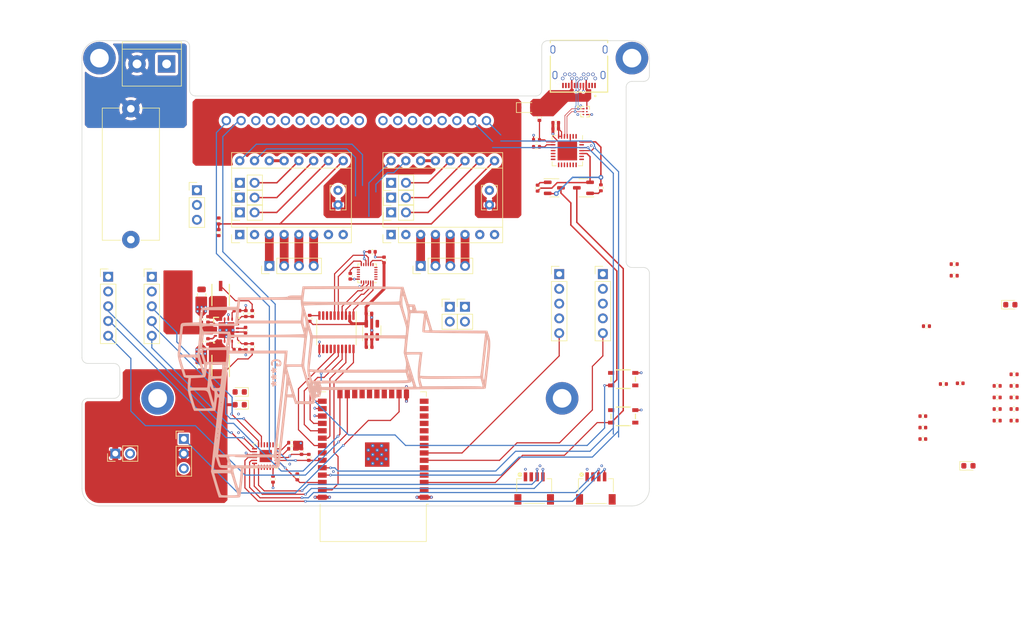
<source format=kicad_pcb>
(kicad_pcb (version 20221018) (generator pcbnew)
  (layers (0 "F.Cu" signal) (1 "In1.Cu" power) (2 "In2.Cu" power) (31 "B.Cu" signal) (34 "B.Paste" user) (35 "F.Paste" user) (36 "B.SilkS" user "B.Silkscreen") (37 "F.SilkS" user "F.Silkscreen") (38 "B.Mask" user) (39 "F.Mask" user) (44 "Edge.Cuts" user))
  (net 0 "")
  (net 1 "GND")
  (net 3 "FPGA_INT")
  (net 4 "ESP32_SDA")
  (net 5 "/FPGA_LED_A")
  (net 6 "FPGA_GPIO")
  (net 7 "MOTOR2_STEP_IN")
  (net 8 "I2C0_INT")
  (net 9 "I2C1_INT")
  (net 10 "I2C2_INT")
  (net 11 "I2C3_INT")
  (net 12 "SERVO")
  (net 13 "SCL4")
  (net 16 "SDA4")
  (net 17 "SCL5")
  (net 27 "SDA5")
  (net 28 "/TXS_OE")
  (net 29 "ESP32_SCL")
  (net 30 "+1V8")
  (net 31 "+3V3")
  (net 32 "/MOTOR2_1B")
  (net 33 "/MOTOR2_1A")
  (net 34 "BATT{slash}4")
  (net 41 "VBUS{slash}2")
  (net 42 "/REGOUT")
  (net 43 "/ESP32_LED_K")
  (net 44 "/FPGA_LED_K")
  (net 46 "CS")
  (net 48 "/MOTOR2_2A")
  (net 49 "/MOTOR2_2B")
  (net 50 "+BATT")
  (net 51 "/MOTOR2_MS1")
  (net 52 "/MOTOR2_MS2")
  (net 53 "/MOTOR2_MS3")
  (net 54 "/MOTOR2_RST")
  (net 55 "MOTOR2_STEP")
  (net 56 "MOTOR2_DIR")
  (net 57 "/MOTOR1_1B")
  (net 58 "/MOTOR1_1A")
  (net 59 "/MOTOR1_2A")
  (net 60 "/MOTOR1_2B")
  (net 61 "/MOTOR1_MS1")
  (net 62 "/MOTOR1_MS2")
  (net 63 "/MOTOR1_MS3")
  (net 64 "/MOTOR1_RST")
  (net 65 "MOTOR1_STEP")
  (net 66 "MOTOR1_DIR")
  (net 67 "/VBST1")
  (net 68 "/SW1")
  (net 69 "/VBST2")
  (net 70 "/SW2")
  (net 71 "/VREG5")
  (net 72 "+5V")
  (net 73 "/SS1")
  (net 74 "/SS2")
  (net 77 "VBUS")
  (net 86 "/VFB1")
  (net 87 "/VFB2")
  (net 90 "RTS")
  (net 105 "/DTR_B")
  (net 106 "EN")
  (net 107 "DTR")
  (net 109 "/RTS_B")
  (net 110 "IO0")
  (net 111 "MOSI")
  (net 112 "MISO")
  (net 114 "/ESP32_LED_A")
  (net 115 "IMU_INT")
  (net 121 "SCK")
  (net 122 "/USB_RST")
  (net 123 "/USB_VBUS")
  (net 124 "/TCA_A2")
  (net 125 "/TCA_A1")
  (net 126 "/TCA_A0")
  (net 135 "/TCA_RST")
  (net 139 "ESP32_RX")
  (net 140 "ESP32_TX")
  (net 147 "SDA0")
  (net 148 "SCL0")
  (net 149 "SDA1")
  (net 150 "/CC1")
  (net 151 "/CC2")
  (net 152 "/DP")
  (net 153 "/DN")
  (net 154 "SCL1")
  (net 155 "SDA2")
  (net 156 "SCL2")
  (net 157 "SDA3")
  (net 158 "SCL3")
  (net 161 "/VIN")
  (net 162 "/VIN_FUSED")
  (net 163 "MOTOR_EN")
  (net 165 "/SW3")
  (net 170 "/MISO_1V8")
  (net 171 "/IMU_INT_1V8")
  (net 172 "/CS_1V8")
  (net 173 "/SCK_1V8")
  (net 174 "/MOSI_1V8")
  (net 176 "/LED_5V")
  (net 177 "/LED_3V3")
  (footprint "Connector_PinHeader_2.54mm:PinHeader_1x02_P2.54mm_Vertical" (layer "F.Cu") (at 153.125 76.98 90)
    (fp_text reference locked "JP2" hide)
    (fp_text value "Jumper_2_Open")
  )
  (footprint "Capacitor_SMD:C_0402_1005Metric" (layer "F.Cu") (at 128.1 99.775 -90)
    (fp_text reference "C5" hide)
    (fp_text value "1u")
  )
  (footprint "Connector_PinHeader_2.54mm:PinHeader_1x05_P2.54mm_Vertical" (layer "F.Cu") (at 104.5 90.585)
    (fp_text reference "J8" hide)
    (fp_text value "Conn_01x05")
  )
  (footprint "Resistor_SMD:R_0402_1005Metric" (layer "F.Cu") (at 128.150002 102.622183 -90)
    (fp_text reference "R2" hide)
    (fp_text value "R_Small")
  )
  (footprint "Capacitor_SMD:C_0402_1005Metric" (layer "F.Cu") (at 126.625001 96.422182 180)
    (fp_text reference "C11" hide)
    (fp_text value "10n")
  )
  (footprint "Capacitor_SMD:C_0402_1005Metric" (layer "F.Cu") (at 121.650002 101.722183 -90)
    (fp_text reference "C3" hide)
    (fp_text value "100n")
  )
  (footprint "Resistor_SMD:R_0402_1005Metric" (layer "F.Cu") (at 128.150002 96.922183 90)
    (fp_text reference "R4" hide)
    (fp_text value "10k")
  )
  (footprint "footprints:S8050" (layer "F.Cu") (at 181.1625 75.3)
    (fp_text reference "Q2" hide)
    (fp_text value "S8050")
  )
  (footprint "Capacitor_SMD:C_0402_1005Metric" (layer "F.Cu") (at 181.4 64.1 180)
    (fp_text reference "C13" hide)
    (fp_text value "4u7")
  )
  (footprint "Connector_PinHeader_2.54mm:PinHeader_1x02_P2.54mm_Vertical" (layer "F.Cu") (at 163.2 95.76)
    (fp_text reference "JP7" hide)
    (fp_text value "Jumper_2_Open")
  )
  (footprint "Resistor_SMD:R_0402_1005Metric" (layer "F.Cu") (at 257.25 113.34)
    (fp_text reference "R21" hide)
    (fp_text value "10k")
  )
  (footprint "Resistor_SMD:R_0402_1005Metric" (layer "F.Cu") (at 178.1 68.25 180)
    (fp_text reference "R9" hide)
    (fp_text value "2k2")
  )
  (footprint "Resistor_SMD:R_0402_1005Metric" (layer "F.Cu") (at 123.5 83 -90)
    (fp_text reference "R31" hide)
    (fp_text value "10k")
  )
  (footprint "LED_SMD:LED_0603_1608Metric" (layer "F.Cu") (at 127.1 110.4 180)
    (fp_text reference "D3" hide)
    (fp_text value "LED_R")
  )
  (footprint "Capacitor_SMD:C_0402_1005Metric" (layer "F.Cu") (at 244.48 118.5)
    (fp_text reference "C22" hide)
    (fp_text value "100n")
  )
  (footprint "Resistor_SMD:R_0402_1005Metric" (layer "F.Cu") (at 129.250002 102.622183 90)
    (fp_text reference "R1" hide)
    (fp_text value "R_Small")
  )
  (footprint "Capacitor_SMD:C_0805_2012Metric" (layer "F.Cu") (at 120.550002 105.922184 90)
    (fp_text reference "C7" hide)
    (fp_text value "47u")
  )
  (footprint "Connector_PinHeader_2.54mm:PinHeader_1x02_P2.54mm_Vertical" (layer "F.Cu") (at 127.125 74.43 90)
    (fp_text reference "JP6" hide)
    (fp_text value "Jumper_2_Open")
  )
  (footprint "Resistor_SMD:R_0402_1005Metric" (layer "F.Cu") (at 132.825 125.4 90)
    (fp_text reference "R12" hide)
    (fp_text value "10k")
  )
  (footprint "Module:Pololu_Breakout-16_15.2x20.3mm" (layer "F.Cu") (at 153.11 83.34 90)
    (fp_text reference "A3" hide)
    (fp_text value "Pololu_Breakout_A4988")
  )
  (footprint "Connector_PinHeader_2.54mm:PinHeader_1x02_P2.54mm_Vertical" (layer "F.Cu") (at 127.125 79.53 90)
    (fp_text reference "JP4" hide)
    (fp_text value "Jumper_2_Open")
  )
  (footprint "footprints:GCT_USB4056-03-A_REVA" (layer "F.Cu") (at 185.4 51.5 180)
    (fp_text reference "J4" hide)
    (fp_text value "USB4056-03-A")
    (fp_line (start 3.45 -5.965) (end 3.75 -5.965) (stroke (width 0.01)) (layer "Edge.Cuts"))
    (fp_line (start 3.75 -5.315) (end 3.45 -5.315) (stroke (width 0.01)) (layer "Edge.Cuts"))
    (fp_arc (start 3.125 -5.64) (mid 3.22019 -5.86981) (end 3.45 -5.965) (stroke (width 0.01)) (layer "Edge.Cuts"))
    (fp_arc (start 3.45 -5.315) (mid 3.22019 -5.41019) (end 3.125 -5.64) (stroke (width 0.01)) (layer "Edge.Cuts"))
    (fp_arc (start 3.75 -5.965) (mid 3.97981 -5.86981) (end 4.075 -5.64) (stroke (width 0.01)) (layer "Edge.Cuts"))
    (fp_arc (start 4.075 -5.64) (mid 3.97981 -5.41019) (end 3.75 -5.315) (stroke (width 0.01)) (layer "Edge.Cuts"))
  )
  (footprint "Resistor_SMD:R_0402_1005Metric" (layer "F.Cu") (at 257.25 109.36)
    (fp_text reference "R19" hide)
    (fp_text value "3k3")
  )
  (footprint "Sensor_Motion:InvenSense_QFN-24_3x3mm_P0.4mm" (layer "F.Cu") (at 149 90 180)
    (fp_text reference "U5" hide)
    (fp_text value "ICM-20948")
  )
  (footprint "footprints:INDPM3630X200N" (layer "F.Cu") (at 123.825001 105.922183 -90)
    (fp_text reference "L1" hide)
    (fp_text value "3u3" hide)
  )
  (footprint "Capacitor_SMD:C_0402_1005Metric" (layer "F.Cu") (at 149.35 102.7)
    (fp_text reference "C15" hide)
    (fp_text value "10u")
  )
  (footprint "Capacitor_SMD:C_0402_1005Metric" (layer "F.Cu") (at 151.9 87.7 90)
    (fp_text reference "C23" hide)
    (fp_text value "100n")
  )
  (footprint "Capacitor_SMD:C_0402_1005Metric" (layer "F.Cu") (at 149.9 86.3)
    (fp_text reference "C18" hide)
    (fp_text value "100n")
  )
  (footprint "Connector_PinHeader_2.54mm:PinHeader_1x02_P2.54mm_Vertical" (layer "F.Cu") (at 165.8 95.76)
    (fp_text reference "JP8" hide)
    (fp_text value "Jumper_2_Open")
  )
  (footprint "Capacitor_SMD:C_0402_1005Metric" (layer "F.Cu") (at 120.5 97.922182 90)
    (fp_text reference "C9" hide)
    (fp_text value "10u")
  )
  (footprint "LED_SMD:LED_0603_1608Metric" (layer "F.Cu") (at 252.3125 123.1)
    (fp_text reference "D4" hide)
    (fp_text value "LED_B")
  )
  (footprint "Connector_PinHeader_2.54mm:PinHeader_1x05_P2.54mm_Vertical" (layer "F.Cu") (at 112 90.59)
    (fp_text reference "J7" hide)
    (fp_text value "Conn_01x05")
  )
  (footprint "Connector_PinHeader_2.54mm:PinHeader_1x02_P2.54mm_Vertical" (layer "F.Cu") (at 153.125 79.53 90)
    (fp_text reference "JP1" hide)
    (fp_text value "Jumper_2_Open")
  )
  (footprint "Resistor_SMD:R_0402_1005Metric" (layer "F.Cu") (at 178.2875 75.35 90)
    (fp_text reference "R8" hide)
    (fp_text value "10k")
  )
  (footprint "Package_TO_SOT_SMD:SOT-23-5" (layer "F.Cu") (at 149.8 99.8 90)
    (fp_text reference "U7" hide)
    (fp_text value "MIC5504-1.8YM5")
  )
  (footprint "Resistor_SMD:R_0402_1005Metric" (layer "F.Cu") (at 257.25 115.33)
    (fp_text reference "R22" hide)
    (fp_text value "10k")
  )
  (footprint "Capacitor_SMD:C_0805_2012Metric" (layer "F.Cu") (at 120.550002 93.722183 -90)
    (fp_text reference "C6" hide)
    (fp_text value "47u")
  )
  (footprint "Package_DFN_QFN:QFN-28-1EP_5x5mm_P0.5mm_EP3.35x3.35mm" (layer "F.Cu") (at 183.4 68.9 -90)
    (fp_text reference "U2" hide)
    (fp_text value "CP2102N-Axx-xQFN28")
  )
  (footprint "Resistor_SMD:R_0402_1005Metric" (layer "F.Cu") (at 249.87 90.41)
    (fp_text reference "R6" hide)
    (fp_text value "4k7")
  )
  (footprint "footprints:TS204225WT160SMTTR" (layer "F.Cu") (at 193 114.6 180)
    (fp_text reference "S2" hide)
    (fp_text value "TS20-42-25-WT-160-SMT-TR" hide)
  )
  (footprint "Package_DFN_QFN:Texas_RGE0024C_EP2.1x2.1mm" (layer "F.Cu") (at 131.5875 121.425 -90)
    (fp_text reference "U4" hide)
    (fp_text value "TCA9548AMRGER")
  )
  (footprint "Connector_PinHeader_2.54mm:PinHeader_1x02_P2.54mm_Vertical" (layer "F.Cu") (at 127.125 76.98 90)
    (fp_text reference "JP5" hide)
    (fp_text value "Jumper_2_Open")
  )
  (footprint "Resistor_SMD:R_0402_1005Metric" (layer "F.Cu") (at 129.250002 96.922183 -90)
    (fp_text reference "R3" hide)
    (fp_text value "33k" hide)
  )
  (footprint "Connector_PinHeader_2.54mm:PinHeader_1x03_P2.54mm_Vertical" (layer "F.Cu") (at 117.5 118.475)
    (fp_text reference "J9" hide)
    (fp_text value "Conn_01x03")
  )
  (footprint "MountingHole:MountingHole_3.2mm_M3_DIN965_Pad" (layer "F.Cu") (at 194.5 53)
    (fp_text reference "H2" hide)
    (fp_text value "MountingHole_Pad")
  )
  (footprint "LED_SMD:LED_0603_1608Metric" (layer "F.Cu") (at 127.1 112.6 180)
    (fp_text reference "D2" hide)
    (fp_text value "LED_R")
  )
  (footprint "Connector_PinHeader_2.54mm:PinHeader_1x02_P2.54mm_Vertical" (layer "F.Cu") (at 153.125 74.43 90)
    (fp_text reference "JP3" hide)
    (fp_text value "Jumper_2_Open")
  )
  (footprint "Capacitor_SMD:C_0402_1005Metric" (layer "F.Cu") (at 149.3 96.9)
    (fp_text reference "C16" hide)
    (fp_text value "10u")
  )
  (footprint "Capacitor_SMD:C_0402_1005Metric" (layer "F.Cu") (at 244.48 116.53)
    (fp_text reference "C21" hide)
    (fp_text value "10u")
  )
  (footprint "MountingHole:MountingHole_3.2mm_M3_DIN965_Pad" (layer "F.Cu") (at 182.5 111.5)
    (fp_text reference "H4" hide)
    (fp_text value "MountingHole_Pad")
  )
  (footprint "Package_SO:TSSOP-20_4.4x6.5mm_P0.65mm" (layer "F.Cu") (at 143.725 100.1375 -90)
    (fp_text reference "U8" hide)
    (fp_text value "TXS0108EPW")
  )
  (footprint "Resistor_SMD:R_0402_1005Metric" (layer "F.Cu") (at 123.5 81 -90)
    (fp_text reference "R30" hide)
    (fp_text value "4k7")
  )
  (footprint "Resistor_SMD:R_0402_1005Metric" (layer "F.Cu") (at 249.87 88.42)
    (fp_text reference "R5" hide)
    (fp_text value "4k7")
  )
  (footprint "TerminalBlock:TerminalBlock_bornier-2_P5.08mm" (layer "F.Cu") (at 114.54 54 180)
    (fp_text reference "J3" hide)
    (fp_text value "Screw_Terminal_01x02")
  )
  (footprint "footprints:SON50P100X145X60-6_TPD4S012DRYR" (layer "F.Cu") (at 186.45 62.2)
    (property "VALUE" "TPD4S0")
    (fp_text reference "U9" hide)
    (fp_text value "TPD4S012")
  )
  (footprint "Capacitor_SMD:C_0402_1005Metric" (layer "F.Cu") (at 244.48 114.56)
    (fp_text reference "C20" hide)
    (fp_text value "10n")
  )
  (footprint "Resistor_SMD:R_0402_1005Metric" (layer "F.Cu") (at 136.025 120.175 180)
    (fp_text reference "R14" hide)
    (fp_text value "10k")
  )
  (footprint "footprints:INDPM3630X200N" (layer "F.Cu") (at 123.825001 93.722182 90)
    (fp_text reference "L2" hide)
    (fp_text value "2u2" hide)
  )
  (footprint "Resistor_SMD:R_0402_1005Metric" (layer "F.Cu") (at 189.1625 75.3 -90)
    (fp_text reference "R7" hide)
    (fp_text value "10k")
  )
  (footprint "footprints:S8050" (layer "F.Cu") (at 186.1625 75.3 180)
    (fp_text reference "Q1" hide)
    (fp_text value "S8050")
  )
  (footprint "Capacitor_SMD:C_0402_1005Metric" (layer "F.Cu") (at 137.725 120.65 90)
    (fp_text reference "C14" hide)
    (fp_text value "100n")
  )
  (footprint "Capacitor_SMD:C_0402_1005Metric" (layer "F.Cu") (at 146.1 90.5 -90)
    (fp_text reference "C17" hide)
    (fp_text value "100n")
  )
  (footprint "footprints:JST_SM04B-SRSS-TB(LF)(SN)" (layer "F.Cu") (at 188.3 125)
    (fp_text reference "J11" hide)
    (fp_text value "SM04B-SRSS-TB(LF)(SN)")
  )
  (footprint "Resistor_SMD:R_0402_1005Metric" (layer "F.Cu") (at 260.16 107.37)
    (fp_text reference "R23" hide)
    (fp_text value "10k")
  )
  (footprint "Capacitor_THT:C_Rect_L4.0mm_W2.5mm_P2.50mm" (layer "F.Cu") (at 144 78.23 90)
    (fp_text reference "C1" hide)
    (fp_text value "100u")
  )
  (footprint "footprints:TS204225WT160SMTTR" (layer "F.Cu") (at 193 108.2 180)
    (fp_text reference "S1" hide)
    (fp_text value "TS20-42-25-WT-160-SMT-TR" hide)
  )
  (footprint "Fuse:Fuseholder_Cylinder-5x20mm_Schurter_0031_8201_Horizontal_Open" (layer "F.Cu") (at 108.4 61.7 -90)
    (fp_text reference "F1" hide)
    (fp_text value "Fuse")
  )
  (footprint "footprints:JST_SM04B-SRSS-TB(LF)(SN)" (layer "F.Cu") (at 177.7 125)
    (fp_text reference "J12" hide)
    (fp_text value "SM04B-SRSS-TB(LF)(SN)")
  )
  (footprint "Module:Pololu_Breakout-16_15.2x20.3mm" (layer "F.Cu") (at 127.11 83.34 90)
    (fp_text reference "A2" hide)
    (fp_text value "Pololu_Breakout_A4988")
  )
  (footprint "footprints:TPS54295RSAT" (layer "F.Cu") (at 124.825001 99.772182)
    (fp_text reference "U3" hide)
    (fp_text value "TPS54295RSAT")
  )
  (footprint "Resistor_SMD:R_0402_1005Metric" (layer "F.Cu") (at 178.6 63.19 -90)
    (fp_text reference "R10" hide)
    (fp_text value "4k7")
  )
  (footprint "Resistor_SMD:R_0402_1005Metric" (layer "F.Cu") (at 260.16 115.33)
    (fp_text reference "R28" hide)
    (fp_text value "1k5")
  )
  (footprint "Resistor_SMD:R_0402_1005Metric" (layer "F.Cu") (at 178.1 67.05 180)
    (fp_text reference "R11" hide)
    (fp_text value "10k")
  )
  (footprint "Resistor_SMD:R_0402_1005Metric" (layer "F.Cu") (at 260.16 113.34)
    (fp_text reference "R26" hide)
    (fp_text value "1k5")
  )
  (footprint "Capacitor_THT:C_Rect_L4.0mm_W2.5mm_P2.50mm" (layer "F.Cu") (at 170 78.23 90)
    (fp_text reference "C2" hide)
    (fp_text value "100u")
  )
  (footprint "LED_SMD:LED_0603_1608Metric" (layer "F.Cu") (at 259.5125 95.4)
    (fp_text reference "D5" hide)
    (fp_text value "LED_B")
  )
  (footprint "Capacitor_SMD:C_0402_1005Metric" (layer "F.Cu") (at 126.625001 103.122182 180)
    (fp_text reference "C10" hide)
    (fp_text value "10n")
  )
  (footprint "MountingHole:MountingHole_3.2mm_M3_DIN965_Pad" (layer "F.Cu") (at 113 111.5)
    (fp_text reference "H3" hide)
    (fp_text value "MountingHole_Pad")
  )
  (footprint "Connector_PinHeader_2.54mm:PinHeader_1x04_P2.54mm_Vertical" (layer "F.Cu") (at 158.2 88.73 90)
    (fp_text reference "J1" hide)
    (fp_text value "Conn_01x04")
  )
  (footprint "Capacitor_SMD:C_0402_1005Metric" (layer "F.Cu") (at 121.650002 97.922183 90)
    (fp_text reference "C4" hide)
    (fp_text value "100n")
  )
  (footprint "Resistor_SMD:R_0402_1005Metric" (layer "F.Cu") (at 257.25 111.35)
    (fp_text reference "R20" hide)
    (fp_text value "10k")
  )
  (footprint "Connector_PinHeader_2.54mm:PinHeader_1x05_P2.54mm_Vertical" (layer "F.Cu") (at 189.5 90.13)
    (fp_text reference "J5" hide)
    (fp_text value "Conn_01x05")
  )
  (footprint "Resistor_SMD:R_0402_1005Metric" (layer "F.Cu") (at 138.975 121.65 90)
    (fp_text reference "R17" hide)
    (fp_text value "2k2")
  )
  (footprint "Connector_PinHeader_2.54mm:PinHeader_1x04_P2.54mm_Vertical" (layer "F.Cu") (at 132.2 88.73 90)
    (fp_text reference "J2" hide)
    (fp_text value "Conn_01x04")
  )
  (footprint "MountingHole:MountingHole_3.2mm_M3_DIN965_Pad" (layer "F.Cu") (at 103 53)
    (fp_text reference "H1" hide)
    (fp_text value "MountingHole_Pad")
  )
  (footprint "RF_Module:ESP32-WROOM-32" (layer "F.Cu") (at 150.045 120.26 180)
    (fp_text reference "U1" hide)
    (fp_text value "ESP32-WROOM-32")
  )
  (footprint "Resistor_SMD:R_0402_1005Metric" (layer "F.Cu") (at 248.01 109.04)
    (fp_text reference "R27" hide)
    (fp_text value "10k")
  )
  (footprint "Connector_PinHeader_2.54mm:PinHeader_1x03_P2.54mm_Vertical" (layer "F.Cu") (at 119.75 75.71)
    (fp_text reference "SW1" hide)
    (fp_text value "SW_DPDT_x2")
  )
  (footprint "Diode_SMD:D_SOD-323" (layer "F.Cu") (at 176.25 61.5)
    (fp_text reference "D1" hide)
    (fp_text value "BAT760-115")
  )
  (footprint "Connector_PinHeader_2.54mm:PinHeader_1x02_P2.54mm_Vertical" (layer "F.Cu") (at 105.725 121 90)
    (fp_text reference "J10" hide)
    (fp_text value "Conn_01x02")
  )
  (footprint "Resistor_SMD:R_0402_1005Metric" (layer "F.Cu") (at 245.1 99.09)
    (fp_text reference "R15" hide)
    (fp_text value "10k")
  )
  (footprint "Resistor_SMD:R_0402_1005Metric" (layer "F.Cu") (at 139.125 97.7375 -90)
    (fp_text reference "R18" hide)
    (fp_text value "10k")
  )
  (footprint "Resistor_SMD:R_0402_1005Metric" (layer "F.Cu") (at 136.025 119.125 180)
    (fp_text reference "R13" hide)
    (fp_text value "10k")
  )
  (footprint "Resistor_SMD:R_0402_1005Metric" (layer "F.Cu") (at 137 125 90)
    (fp_text reference "R16" hide)
    (fp_text value "2k2")
  )
  (footprint "Capacitor_SMD:C_0402_1005Metric" (layer "F.Cu") (at 120.5 101.722183 -90)
    (fp_text reference "C8" hide)
    (fp_text value "10u")
  )
  (footprint "Resistor_SMD:R_0402_1005Metric" (layer "F.Cu") (at 260.16 109.36)
    (fp_text reference "R24" hide)
    (fp_text value "2k2")
  )
  (footprint "Connector_PinHeader_2.54mm:PinHeader_1x05_P2.54mm_Vertical" (layer "F.Cu") (at 182 90.13)
    (fp_text reference "J6" hide)
    (fp_text value "Conn_01x05")
  )
  (footprint "Resistor_SMD:R_0402_1005Metric" (layer "F.Cu") (at 260.16 111.35)
    (fp_text reference "R25" hide)
    (fp_text value "1k5")
  )
  (footprint "Capacitor_SMD:C_0402_1005Metric" (layer "F.Cu") (at 181.4 65.15 180)
    (fp_text reference "C12" hide)
    (fp_text value "100n")
  )
  (footprint "Capacitor_SMD:C_0402_1005Metric" (layer "F.Cu") (at 250.9 108.91)
    (fp_text reference "C19" hide)
    (fp_text value "10n")
  )
  (footprint "footprints:UNO_R3_SHIELD" (layer "B.Cu") (at 133.94 112)
    (fp_text reference "A1" hide)
    (fp_text value "UNO_R3_SHIELD")
  )
  (footprint "footprints:ALERT" (layer "B.Cu") (at 133.449558 107.095367 90)
    (fp_text reference "G***")
    (fp_text value "LOGO" hide)
  )
  (gr_arc locked (start 179 58.5) (mid 178.707107 59.207107) (end 178 59.5) (stroke (width 0.1)) (layer "Edge.Cuts"))
  (gr_arc locked (start 193.5 58) (mid 193.792893 57.292893) (end 194.5 57) (stroke (width 0.1)) (layer "Edge.Cuts"))
  (gr_line locked (start 197.500001 127.000001) (end 197.5 90) (stroke (width 0.1)) (layer "Edge.Cuts"))
  (gr_line locked (start 101 105.5) (end 105.5 105.5) (stroke (width 0.1)) (layer "Edge.Cuts"))
  (gr_line locked (start 179 51) (end 179 58.5) (stroke (width 0.1)) (layer "Edge.Cuts"))
  (gr_arc locked (start 197.500001 127.000001) (mid 196.621321 129.121321) (end 194.500001 130.000001) (stroke (width 0.1)) (layer "Edge.Cuts"))
  (gr_arc locked (start 117.5 50) (mid 118.207107 50.292893) (end 118.5 51) (stroke (width 0.1)) (layer "Edge.Cuts"))
  (gr_arc locked (start 179 51) (mid 179.292893 50.292893) (end 180 50) (stroke (width 0.1)) (layer "Edge.Cuts"))
  (gr_line locked (start 196.5 89) (end 194.5 89) (stroke (width 0.1)) (layer "Edge.Cuts"))
  (gr_arc (start 119.5 59.5) (mid 118.792893 59.207107) (end 118.5 58.5) (stroke (width 0.1)) (layer "Edge.Cuts"))
  (gr_arc locked (start 100 112.5) (mid 100.292893 111.792893) (end 101 111.5) (stroke (width 0.1)) (layer "Edge.Cuts"))
  (gr_arc locked (start 196.5 89) (mid 197.207107 89.292893) (end 197.5 90) (stroke (width 0.1)) (layer "Edge.Cuts"))
  (gr_line locked (start 100 53) (end 100 104.5) (stroke (width 0.1)) (layer "Edge.Cuts"))
  (gr_line locked (start 194.5 50) (end 180 50) (stroke (width 0.1)) (layer "Edge.Cuts"))
  (gr_arc locked (start 194.5 89) (mid 193.792893 88.707107) (end 193.5 88) (stroke (width 0.1)) (layer "Edge.Cuts"))
  (gr_line locked (start 117.5 50) (end 103 50) (stroke (width 0.1)) (layer "Edge.Cuts"))
  (gr_line locked (start 194.5 57) (end 196.5 57) (stroke (width 0.1)) (layer "Edge.Cuts"))
  (gr_arc locked (start 194.5 50) (mid 196.62132 50.87868) (end 197.5 53) (stroke (width 0.1)) (layer "Edge.Cuts"))
  (gr_line locked (start 102.999999 130.000001) (end 194.500001 130.000001) (stroke (width 0.1)) (layer "Edge.Cuts"))
  (gr_arc locked (start 105.5 105.5) (mid 106.207107 105.792893) (end 106.5 106.5) (stroke (width 0.1)) (layer "Edge.Cuts"))
  (gr_line locked (start 118.5 58.5) (end 118.5 51) (stroke (width 0.1)) (layer "Edge.Cuts"))
  (gr_arc locked (start 101 105.5) (mid 100.292893 105.207107) (end 100 104.5) (stroke (width 0.1)) (layer "Edge.Cuts"))
  (gr_line locked (start 193.5 88) (end 193.5 58) (stroke (width 0.1)) (layer "Edge.Cuts"))
  (gr_arc locked (start 102.999999 130.000001) (mid 100.878679 129.121321) (end 99.999999 127.000001) (stroke (width 0.1)) (layer "Edge.Cuts"))
  (gr_arc locked (start 197.5 56) (mid 197.207107 56.707107) (end 196.5 57) (stroke (width 0.1)) (layer "Edge.Cuts"))
  (gr_line locked (start 178 59.5) (end 119.5 59.5) (stroke (width 0.1)) (layer "Edge.Cuts"))
  (gr_arc locked (start 100 53) (mid 100.87868 50.87868) (end 103 50) (stroke (width 0.1)) (layer "Edge.Cuts"))
  (gr_line locked (start 100 112.5) (end 99.999999 127.000001) (stroke (width 0.1)) (layer "Edge.Cuts"))
  (gr_arc locked (start 106.5 110.5) (mid 106.207107 111.207107) (end 105.5 111.5) (stroke (width 0.1)) (layer "Edge.Cuts"))
  (gr_line locked (start 105.5 111.5) (end 101 111.5) (stroke (width 0.1)) (layer "Edge.Cuts"))
  (gr_line locked (start 197.5 56) (end 197.5 53) (stroke (width 0.1)) (layer "Edge.Cuts"))
  (gr_line locked (start 106.5 106.5) (end 106.5 110.5) (stroke (width 0.1)) (layer "Edge.Cuts"))
  (segment (start 149.78 97.6) (end 149.78 99.78) (width 0.5) (layer "F.Cu") (net 1))
  (segment (start 177.59 66.26) (end 177.6 66.25) (width 0.2) (layer "F.Cu") (net 1))
  (segment (start 149.78 99.78) (end 149.8 99.8) (width 0.5) (layer "F.Cu") (net 1))
  (segment (start 140.8 103) (end 140.8 101.8) (width 0.2) (layer "F.Cu") (net 1))
  (segment locked (start 124.275002 100) (end 124.275002 99.544364) (width 0.2) (layer "F.Cu") (net 1))
  (segment (start 196.075 107.125) (end 196.1 107.1) (width 0.2) (layer "F.Cu") (net 1))
  (segment locked (start 124.5 97.872183) (end 124.5 99.447181) (width 0.2) (layer "F.Cu") (net 1))
  (segment (start 160.04 128.51) (end 160.05 128.5) (width 0.5) (layer "F.Cu") (net 1))
  (segment (start 150.38 86.3) (end 150.38 87.18) (width 0.2) (layer "F.Cu") (net 1))
  (segment locked (start 126.725 100.097183) (end 127.895 100.097183) (width 0.2) (layer "F.Cu") (net 1))
  (segment (start 141.295 128.51) (end 142.54 128.51) (width 0.5) (layer "F.Cu") (net 1))
  (segment (start 142.54 128.51) (end 142.55 128.5) (width 0.5) (layer "F.Cu") (net 1))
  (segment (start 158.795 128.51) (end 157.56 128.51) (width 0.5) (layer "F.Cu") (net 1))
  (segment locked (start 124.597183 100.322181) (end 124.275002 100) (width 0.2) (layer "F.Cu") (net 1))
  (segment (start 128.475 121.175) (end 129.65 121.175) (width 0.2) (layer "F.Cu") (net 1))
  (segment (start 149.8 100.9375) (end 149.8 99.8) (width 0.5) (layer "F.Cu") (net 1))
  (segment (start 195.075 107.125) (end 196.075 107.125) (width 0.2) (layer "F.Cu") (net 1))
  (segment (start 131.3375 121.175) (end 131.5875 121.425) (width 0.2) (layer "F.Cu") (net 1))
  (segment (start 146.12 91) (end 147.5 91) (width 0.2) (layer "F.Cu") (net 1))
  (segment locked (start 124.5 100.097183) (end 124.825001 99.772182) (width 0.2) (layer "F.Cu") (net 1))
  (segment (start 150.42 87.22) (end 150.4 87.2) (width 0.2) (layer "F.Cu") (net 1))
  (segment locked (start 127.895 100.097183) (end 128.1 100.302183) (width 0.2) (layer "F.Cu") (net 1))
  (segment (start 157.56 128.51) (end 157.55 128.5) (width 0.5) (layer "F.Cu") (net 1))
  (segment (start 158.795 128.51) (end 160.04 128.51) (width 0.5) (layer "F.Cu") (net 1))
  (segment (start 128.2 120.9) (end 128.475 121.175) (width 0.2) (layer "F.Cu") (net 1))
  (segment locked (start 124.5 99.447181) (end 124.825001 99.772182) (width 0.2) (layer "F.Cu") (net 1))
  (segment (start 196.075 113.525) (end 196.1 113.5) (width 0.2) (layer "F.Cu") (net 1))
  (segment (start 180.92 66.03) (end 180.92 65.15) (width 0.5) (layer "F.Cu") (net 1))
  (segment (start 132.825 126.885) (end 132.83 126.89) (width 0.2) (layer "F.Cu") (net 1))
  (segment (start 140.8 103) (end 140.8 104.2) (width 0.2) (layer "F.Cu") (net 1))
  (segment (start 148 92.3) (end 148.4 91.9) (width 0.2) (layer "F.Cu") (net 1))
  (segment (start 186.75 62.7) (end 187.6 62.7) (width 0.2) (layer "F.Cu") (net 1))
  (segment (start 129.65 121.175) (end 131.3375 121.175) (width 0.2) (layer "F.Cu") (net 1))
  (segment (start 146.1 90.98) (end 146.12 91) (width 0.2) (layer "F.Cu") (net 1))
  (segment (start 183.9 68.4) (end 183.4 68.9) (width 0.2) (layer "F.Cu") (net 1))
  (segment (start 149.78 96.9) (end 149.78 97.6) (width 0.5) (layer "F.Cu") (net 1))
  (segment (start 195.075 113.525) (end 196.075 113.525) (width 0.2) (layer "F.Cu") (net 1))
  (segment locked (start 127.105001 103.122182) (end 128.140001 103.122182) (width 0.25) (layer "F.Cu") (net 1))
  (segment (start 151.9 87.22) (end 150.42 87.22) (width 0.2) (layer "F.Cu") (net 1))
  (segment locked (start 128.150002 96.412183) (end 128.150002 95.522183) (width 0.2) (layer "F.Cu") (net 1))
  (segment (start 149.8 102.68) (end 149.78 102.7) (width 0.5) (layer "F.Cu") (net 1))
  (segment locked (start 125.052819 100.322181) (end 124.597183 100.322181) (width 0.2) (layer "F.Cu") (net 1))
  (segment (start 183.9 66.45) (end 183.9 68.4) (width 0.2) (layer "F.Cu") (net 1))
  (segment (start 141.295 128.51) (end 140.06 128.51) (width 0.5) (layer "F.Cu") (net 1))
  (segment (start 180.92 66.03) (end 180.92 66.42) (width 0.2) (layer "F.Cu") (net 1))
  (segment (start 149.8 100.9375) (end 149.8 102.68) (width 0.5) (layer "F.Cu") (net 1))
  (segment (start 132.825 125.91) (end 132.825 126.885) (width 0.2) (layer "F.Cu") (net 1))
  (segment (start 155.755 109.505) (end 155.75 109.5) (width 0.5) (layer "F.Cu") (net 1))
  (segment locked (start 127.115 96.412183) (end 127.105001 96.422182) (width 0.2) (layer "F.Cu") (net 1))
  (segment locked (start 128.140001 103.122182) (end 128.150002 103.132183) (width 0.25) (layer "F.Cu") (net 1))
  (segment locked (start 125.277817 100.097183) (end 125.052819 100.322181) (width 0.2) (layer "F.Cu") (net 1))
  (segment (start 148.4 91.9) (end 148.4 91.5) (width 0.2) (layer "F.Cu") (net 1))
  (segment locked (start 124.275002 99.544364) (end 124.597183 99.222183) (width 0.2) (layer "F.Cu") (net 1))
  (segment locked (start 125.375 99.544364) (end 125.375 99.772182) (width 0.2) (layer "F.Cu") (net 1))
  (segment locked (start 128.150002 96.412183) (end 127.115 96.412183) (width 0.2) (layer "F.Cu") (net 1))
  (segment locked (start 125.472185 100.097183) (end 125.277817 100.097183) (width 0.2) (layer "F.Cu") (net 1))
  (segment (start 140.06 128.51) (end 140.05 128.5) (width 0.5) (layer "F.Cu") (net 1))
  (segment locked (start 128.150002 104.022183) (end 128.150002 103.132183) (width 0.25) (layer "F.Cu") (net 1))
  (segment (start 155.755 110.75) (end 155.755 111.995) (width 0.5) (layer "F.Cu") (net 1))
  (segment locked (start 125.052819 99.222183) (end 125.375 99.544364) (width 0.2) (layer "F.Cu") (net 1))
  (segment locked (start 124.5 101.672181) (end 124.5 100.097183) (width 0.2) (layer "F.Cu") (net 1))
  (segment (start 149.78 100.9175) (end 149.8 100.9375) (width 0.5) (layer "F.Cu") (net 1))
  (segment (start 155.755 111.995) (end 155.75 112) (width 0.5) (layer "F.Cu") (net 1))
  (segment locked (start 125.150002 100.097183) (end 124.825001 99.772182) (width 0.2) (layer "F.Cu") (net 1))
  (segment (start 180.92 66.42) (end 183.4 68.9) (width 0.2) (layer "F.Cu") (net 1))
  (segment (start 155.755 110.75) (end 155.755 109.505) (width 0.5) (layer "F.Cu") (net 1))
  (segment locked (start 125.697183 100.322181) (end 125.472185 100.097183) (width 0.2) (layer "F.Cu") (net 1))
  (segment locked (start 126.725 100.097183) (end 125.150002 100.097183) (width 0.2) (layer "F.Cu") (net 1))
  (segment (start 147.7 92.3) (end 148 92.3) (width 0.2) (layer "F.Cu") (net 1))
  (segment (start 180.92 65.15) (end 180.92 64.1) (width 0.5) (layer "F.Cu") (net 1))
  (segment (start 177.59 67.05) (end 177.59 66.26) (width 0.2) (layer "F.Cu") (net 1))
  (segment locked (start 124.597183 99.222183) (end 125.052819 99.222183) (width 0.2) (layer "F.Cu") (net 1))
  (segment (start 150.38 87.18) (end 150.4 87.2) (width 0.2) (layer "F.Cu") (net 1))
  (via (at 140.05 128.5) (size 0.45) (drill 0.2) (layers "F.Cu" "B.Cu") (net 1))
  (via (at 126.9 117.4) (size 0.45) (drill 0.2) (layers "F.Cu" "B.Cu") (net 1))
  (via (at 196.1 107.1) (size 0.45) (drill 0.2) (layers "F.Cu" "B.Cu") (net 1))
  (via (at 140.8 101.8) (size 0.45) (drill 0.2) (layers "F.Cu" "B.Cu") (net 1))
  (via (at 185.2 62.7) (size 0.45) (drill 0.2) (layers "F.Cu" "B.Cu") (net 1))
  (via locked (at 119.850002 96.522183) (size 0.45) (drill 0.2) (layers "F.Cu" "B.Cu") (net 1))
  (via (at 149.8 99.8) (size 0.45) (drill 0.2) (layers "F.Cu" "B.Cu") (net 1))
  (via (at 147.7 92.3) (size 0.45) (drill 0.2) (layers "F.Cu" "B.Cu") (net 1))
  (via (at 128.2 120.9) (size 0.45) (drill 0.2) (layers "F.Cu" "B.Cu") (net 1))
  (via (at 160.05 128.5) (size 0.45) (drill 0.2) (layers "F.Cu" "B.Cu") (net 1))
  (via (at 185.7 61.2) (size 0.45) (drill 0.2) (layers "F.Cu" "B.Cu") (net 1))
  (via (at 142.55 128.5) (size 0.45) (drill 0.2) (layers "F.Cu" "B.Cu") (net 1))
  (via (at 189.3 123.1) (size 0.45) (drill 0.2) (layers "F.Cu" "B.Cu") (net 1))
  (via (at 150.4 87.2) (size 0.45) (drill 0.2) (layers "F.Cu" "B.Cu") (net 1))
  (via (at 140.8 104.2) (size 0.45) (drill 0.2) (layers "F.Cu" "B.Cu") (net 1))
  (via locked (at 128.150002 104.022183) (size 0.45) (drill 0.2) (layers "F.Cu" "B.Cu") (net 1))
  (via locked (at 120.550002 95.822183) (size 0.45) (drill 0.2) (layers "F.Cu" "B.Cu") (net 1))
  (via (at 187.6 62.7) (size 0.45) (drill 0.2) (layers "F.Cu" "B.Cu") (net 1))
  (via locked (at 120.450002 103.822183) (size 0.45) (drill 0.2) (layers "F.Cu" "B.Cu") (net 1))
  (via locked (at 120.450002 103.122183) (size 0.45) (drill 0.2) (layers "F.Cu" "B.Cu") (net 1))
  (via locked (at 119.750002 103.822183) (size 0.45) (drill 0.2) (layers "F.Cu" "B.Cu") (net 1))
  (via locked (at 120.550002 96.522183) (size 0.45) (drill 0.2) (layers "F.Cu" "B.Cu") (net 1))
  (via (at 157.55 128.5) (size 0.45) (drill 0.2) (layers "F.Cu" "B.Cu") (net 1))
  (via (at 180.92 66.03) (size 0.45) (drill 0.2) (layers "F.Cu" "B.Cu") (net 1))
  (via locked (at 121.250002 96.522183) (size 0.45) (drill 0.2) (layers "F.Cu" "B.Cu") (net 1))
  (via (at 126.9 114.2) (size 0.45) (drill 0.2) (layers "F.Cu" "B.Cu") (net 1))
  (via (at 187.508951 68.044703) (size 0.45) (drill 0.2) (layers "F.Cu" "B.Cu") (net 1))
  (via (at 137.6 119.2) (size 0.45) (drill 0.2) (layers "F.Cu" "B.Cu") (net 1))
  (via (at 155.75 109.5) (size 0.45) (drill 0.2) (layers "F.Cu" "B.Cu") (net 1))
  (via locked (at 121.250002 95.822183) (size 0.45) (drill 0.2) (layers "F.Cu" "B.Cu") (net 1))
  (via (at 186.8 123.7) (size 0.45) (drill 0.2) (layers "F.Cu" "B.Cu") (net 1))
  (via locked (at 119.850002 95.822183) (size 0.45) (drill 0.2) (layers "F.Cu" "B.Cu") (net 1))
  (via (at 146.8 91) (size 0.45) (drill 0.2) (layers "F.Cu" "B.Cu") (net 1))
  (via (at 178.7 123.1) (size 0.45) (drill 0.2) (layers "F.Cu" "B.Cu") (net 1))
  (via (at 132.83 126.89) (size 0.45) (drill 0.2) (layers "F.Cu" "B.Cu") (net 1))
  (via (at 177.6 66.25) (size 0.45) (drill 0.2) (layers "F.Cu" "B.Cu") (net 1))
  (via (at 155.75 112) (size 0.45) (drill 0.2) (layers "F.Cu" "B.Cu") (net 1))
  (via (at 135.7 122.8) (size 0.45) (drill 0.2) (layers "F.Cu" "B.Cu") (net 1))
  (via locked (at 121.150002 103.822183) (size 0.45) (drill 0.2) (layers "F.Cu" "B.Cu") (net 1))
  (via locked (at 128.150002 95.522183) (size 0.45) (drill 0.2) (layers "F.Cu" "B.Cu") (net 1))
  (via locked (at 121.150002 103.122183) (size 0.45) (drill 0.2) (layers "F.Cu" "B.Cu") (net 1))
  (via (at 143.2 124.1) (size 0.45) (drill 0.2) (layers "F.Cu" "B.Cu") (net 1))
  (via (at 196.1 113.5) (size 0.45) (drill 0.2) (layers "F.Cu" "B.Cu") (net 1))
  (via (at 176.2 123.7) (size 0.45) (drill 0.2) (layers "F.Cu" "B.Cu") (net 1))
  (via (at 149.78 97.6) (size 0.45) (drill 0.2) (layers "F.Cu" "B.Cu") (net 1))
  (via locked (at 119.750002 103.122183) (size 0.45) (drill 0.2) (layers "F.Cu" "B.Cu") (net 1))
  (segment (start 141.28 122.175) (end 141.295 122.16) (width 0.2) (layer "F.Cu") (net 4))
  (segment (start 133.605 122.175) (end 136.7 122.175) (width 0.2) (layer "F.Cu") (net 4))
  (segment (start 141.2175 122.2375) (end 141.295 122.16) (width 0.2) (layer "F.Cu") (net 4))
  (segment (start 133.59 122.16) (end 133.605 122.175) (width 0.2) (layer "F.Cu") (net 4))
  (segment (start 136.7 122.175) (end 141.28 122.175) (width 0.2) (layer "F.Cu") (net 4))
  (via (at 136.7 122.175) (size 0.45) (drill 0.2) (layers "F.Cu" "B.Cu") (net 4))
  (segment (start 127.34 63.74) (end 126.96 63.74) (width 0.2) (layer "B.Cu") (net 4))
  (segment (start 135.275 122.175) (end 136.7 122.175) (width 0.2) (layer "B.Cu") (net 4))
  (segment (start 124.2 86.3) (end 133.2 95.3) (width 0.2) (layer "B.Cu") (net 4))
  (segment (start 124.2 66.5) (end 124.2 86.3) (width 0.2) (layer "B.Cu") (net 4))
  (segment (start 126.96 63.74) (end 124.2 66.5) (width 0.2) (layer "B.Cu") (net 4))
  (segment (start 133.2 120.1) (end 135.275 122.175) (width 0.2) (layer "B.Cu") (net 4))
  (segment (start 133.2 95.3) (end 133.2 120.1) (width 0.2) (layer "B.Cu") (net 4))
  (segment (start 131.69 68.6) (end 145.5 68.6) (width 0.2) (layer "B.Cu") (net 7))
  (segment (start 147 70.1) (end 147 76.7) (width 0.2) (layer "B.Cu") (net 7))
  (segment (start 129.65 70.64) (end 131.69 68.6) (width 0.2) (layer "B.Cu") (net 7))
  (segment (start 145.5 68.6) (end 147 70.1) (width 0.2) (layer "B.Cu") (net 7))
  (segment (start 171.74 122.16) (end 174.75 119.15) (width 0.2) (layer "F.Cu") (net 8))
  (segment (start 174.75 119.15) (end 182.05 119.15) (width 0.2) (layer "F.Cu") (net 8))
  (segment (start 189.5 104.2) (end 189.5 100.29) (width 0.2) (layer "F.Cu") (net 8))
  (segment (start 182.05 119.15) (end 187.7 113.5) (width 0.2) (layer "F.Cu") (net 8))
  (segment (start 187.7 106) (end 189.5 104.2) (width 0.2) (layer "F.Cu") (net 8))
  (segment (start 158.795 122.16) (end 171.74 122.16) (width 0.2) (layer "F.Cu") (net 8))
  (segment (start 187.7 113.5) (end 187.7 106) (width 0.2) (layer "F.Cu") (net 8))
  (segment (start 182 104.2) (end 182 100.29) (width 0.2) (layer "F.Cu") (net 9))
  (segment (start 158.795 120.89) (end 165.31 120.89) (width 0.2) (layer "F.Cu") (net 9))
  (segment (start 165.31 120.89) (end 182 104.2) (width 0.2) (layer "F.Cu") (net 9))
  (segment (start 144.325 110.75) (end 144.325 117.675) (width 0.2) (layer "F.Cu") (net 10))
  (segment (start 144.325 117.675) (end 144 118) (width 0.2) (layer "F.Cu") (net 10))
  (via (at 144 118) (size 0.45) (drill 0.2) (layers "F.Cu" "B.Cu") (net 10))
  (segment (start 134.242463 124) (end 138 124) (width 0.2) (layer "B.Cu") (net 10))
  (segment (start 112 100.75) (end 112 102.8) (width 0.2) (layer "B.Cu") (net 10))
  (segment (start 126.042463 115.8) (end 134.242463 124) (width 0.2) (layer "B.Cu") (net 10))
  (segment (start 138 124) (end 144 118) (width 0.2) (layer "B.Cu") (net 10))
  (segment (start 125 115.8) (end 126.042463 115.8) (width 0.2) (layer "B.Cu") (net 10))
  (segment (start 112 102.8) (end 125 115.8) (width 0.2) (layer "B.Cu") (net 10))
  (segment (start 145.595 117.505) (end 145.595 110.75) (width 0.2) (layer "F.Cu") (net 11))
  (segment (start 144.1 119) (end 145.595 117.505) (width 0.2) (layer "F.Cu") (net 11))
  (via (at 144.1 119) (size 0.45) (drill 0.2) (layers "F.Cu" "B.Cu") (net 11))
  (segment (start 128 124.7) (end 138.4 124.7) (width 0.2) (layer "B.Cu") (net 11))
  (segment (start 104.5 100.745) (end 108.4 104.645) (width 0.2) (layer "B.Cu") (net 11))
  (segment (start 108.4 113.7) (end 110.9 116.2) (width 0.2) (layer "B.Cu") (net 11))
  (segment (start 119.5 116.2) (end 128 124.7) (width 0.2) (layer "B.Cu") (net 11))
  (segment (start 108.4 104.645) (end 108.4 113.7) (width 0.2) (layer "B.Cu") (net 11))
  (segment (start 110.9 116.2) (end 119.5 116.2) (width 0.2) (layer "B.Cu") (net 11))
  (segment (start 138.4 124.7) (end 144.1 119) (width 0.2) (layer "B.Cu") (net 11))
  (segment (start 154.485 110.75) (end 154.485 113.815) (width 0.2) (layer "F.Cu") (net 12))
  (segment (start 154.485 113.815) (end 153 115.3) (width 0.2) (layer "F.Cu") (net 12))
  (segment (start 153 115.3) (end 149.2 115.3) (width 0.2) (layer "F.Cu") (net 12))
  (segment (start 149.2 115.3) (end 144.9 119.6) (width 0.2) (layer "F.Cu") (net 12))
  (via (at 144.9 119.6) (size 0.45) (drill 0.2) (layers "F.Cu" "B.Cu") (net 12))
  (segment (start 144.857537 119.6) (end 136.682537 127.775) (width 0.2) (layer "B.Cu") (net 12))
  (segment (start 136.682537 127.775) (end 126.8 127.775) (width 0.2) (layer "B.Cu") (net 12))
  (segment (start 126.8 127.775) (end 117.5 118.475) (width 0.2) (layer "B.Cu") (net 12))
  (segment (start 144.9 119.6) (end 144.857537 119.6) (width 0.2) (layer "B.Cu") (net 12))
  (segment (start 188.8 123.7) (end 188.8 125) (width 0.2) (layer "F.Cu") (net 13))
  (segment (start 128.8 122.487424) (end 128.8 126.8) (width 0.2) (layer "F.Cu") (net 13))
  (segment (start 129.112424 122.175) (end 128.8 122.487424) (width 0.2) (layer "F.Cu") (net 13))
  (segment (start 129.65 122.175) (end 129.112424 122.175) (width 0.2) (layer "F.Cu") (net 13))
  (segment (start 130.6 128.6) (end 137.8 128.6) (width 0.2) (layer "F.Cu") (net 13))
  (segment (start 128.8 126.8) (end 130.6 128.6) (width 0.2) (layer "F.Cu") (net 13))
  (via (at 137.8 128.6) (size 0.45) (drill 0.2) (layers "F.Cu" "B.Cu") (net 13))
  (via (at 188.8 123.7) (size 0.45) (drill 0.2) (layers "F.Cu" "B.Cu") (net 13))
  (segment (start 139.5 128) (end 139.8 127.7) (width 0.2) (layer "B.Cu") (net 13))
  (segment (start 150.8 127.7) (end 184.8 127.7) (width 0.2) (layer "B.Cu") (net 13))
  (segment (start 137.8 128.6) (end 138.9 128.6) (width 0.2) (layer "B.Cu") (net 13))
  (segment (start 139.8 127.7) (end 150.8 127.7) (width 0.2) (layer "B.Cu") (net 13))
  (segment (start 184.8 127.7) (end 188.8 123.7) (width 0.2) (layer "B.Cu") (net 13))
  (segment (start 138.9 128.6) (end 139.5 128) (width 0.2) (layer "B.Cu") (net 13))
  (segment (start 128.525 121.675) (end 128 122.2) (width 0.2) (layer "F.Cu") (net 16))
  (segment (start 189.8 125) (end 189.8 123.7) (width 0.2) (layer "F.Cu") (net 16))
  (segment (start 129.65 121.675) (end 128.525 121.675) (width 0.2) (layer "F.Cu") (net 16))
  (segment (start 128 126.9) (end 130.3 129.2) (width 0.2) (layer "F.Cu") (net 16))
  (segment (start 128 122.2) (end 128 126.9) (width 0.2) (layer "F.Cu") (net 16))
  (segment (start 130.3 129.2) (end 138.4 129.2) (width 0.2) (layer "F.Cu") (net 16))
  (via (at 138.4 129.2) (size 0.45) (drill 0.2) (layers "F.Cu" "B.Cu") (net 16))
  (via (at 189.8 123.7) (size 0.45) (drill 0.2) (layers "F.Cu" "B.Cu") (net 16))
  (segment (start 189.8 123.7) (end 184.3 129.2) (width 0.2) (layer "B.Cu") (net 16))
  (segment (start 184.3 129.2) (end 138.4 129.2) (width 0.2) (layer "B.Cu") (net 16))
  (segment (start 130.3375 123.3625) (end 130.3375 126.4375) (width 0.2) (layer "F.Cu") (net 17))
  (segment (start 131.315 127.415) (end 137.785 127.415) (width 0.2) (layer "F.Cu") (net 17))
  (segment (start 137.785 127.415) (end 137.8 127.4) (width 0.2) (layer "F.Cu") (net 17))
  (segment (start 178.2 123.7) (end 178.2 125) (width 0.2) (layer "F.Cu") (net 17))
  (segment (start 130.3375 126.4375) (end 131.315 127.415) (width 0.2) (layer "F.Cu") (net 17))
  (via (at 137.8 127.4) (size 0.45) (drill 0.2) (layers "F.Cu" "B.Cu") (net 17))
  (via (at 178.2 123.7) (size 0.45) (drill 0.2) (layers "F.Cu" "B.Cu") (net 17))
  (segment (start 138.9 126.3) (end 177.3 126.3) (width 0.2) (layer "B.Cu") (net 17))
  (segment (start 137.8 127.4) (end 138.9 126.3) (width 0.2) (layer "B.Cu") (net 17))
  (segment (start 178.2 125.4) (end 178.2 123.7) (width 0.2) (layer "B.Cu") (net 17))
  (segment (start 177.3 126.3) (end 178.2 125.4) (width 0.2) (layer "B.Cu") (net 17))
  (segment (start 131 128) (end 138.4 128) (width 0.2) (layer "F.Cu") (net 27))
  (segment (start 129.6 122.725) (end 129.6 126.6) (width 0.2) (layer "F.Cu") (net 27))
  (segment (start 129.6 126.6) (end 131 128) (width 0.2) (layer "F.Cu") (net 27))
  (segment (start 129.65 122.675) (end 129.6 122.725) (width 0.2) (layer "F.Cu") (net 27))
  (segment (start 179.2 125) (end 179.2 123.7) (width 0.2) (layer "F.Cu") (net 27))
  (via (at 138.4 128) (size 0.45) (drill 0.2) (layers "F.Cu" "B.Cu") (net 27))
  (via (at 179.2 123.7) (size 0.45) (drill 0.2) (layers "F.Cu" "B.Cu") (net 27))
  (segment (start 179.2 123.7) (end 179.2 125.5) (width 0.2) (layer "B.Cu") (net 27))
  (segment (start 179.2 125.5) (end 177.7 127) (width 0.2) (layer "B.Cu") (net 27))
  (segment (start 177.7 127) (end 139.4 127) (width 0.2) (layer "B.Cu") (net 27))
  (segment (start 139.4 127) (end 138.4 128) (width 0.2) (layer "B.Cu") (net 27))
  (segment (start 140.8 97.275) (end 139.2775 97.275) (width 0.2) (layer "F.Cu") (net 28))
  (segment (start 134.925 123.475) (end 134.125 122.675) (width 0.2) (layer "F.Cu") (net 29))
  (segment (start 134.125 122.675) (end 133.525 122.675) (width 0.2) (layer "F.Cu") (net 29))
  (segment (start 141.295 125.97) (end 137.42 125.97) (width 0.2) (layer "F.Cu") (net 29))
  (segment (start 137.42 125.97) (end 134.925 123.475) (width 0.2) (layer "F.Cu") (net 29))
  (via (at 134.925 123.475) (size 0.45) (drill 0.2) (layers "F.Cu" "B.Cu") (net 29))
  (segment (start 124.8 63.74) (end 124.8 64.1) (width 0.2) (layer "B.Cu") (net 29))
  (segment (start 123.1 65.8) (end 123.1 86.6) (width 0.2) (layer "B.Cu") (net 29))
  (segment (start 132.2 120.75) (end 134.925 123.475) (width 0.2) (layer "B.Cu") (net 29))
  (segment (start 124.8 64.1) (end 123.1 65.8) (width 0.2) (layer "B.Cu") (net 29))
  (segment (start 123.1 86.6) (end 132.2 95.7) (width 0.2) (layer "B.Cu") (net 29))
  (segment (start 132.2 95.7) (end 132.2 120.75) (width 0.2) (layer "B.Cu") (net 29))
  (segment (start 139.6775 98.8) (end 139.125 98.2475) (width 0.2) (layer "F.Cu") (net 30))
  (segment (start 148.82 96.9) (end 148.82 95.78) (width 0.5) (layer "F.Cu") (net 30))
  (segment (start 151.9 92.7) (end 151.9 88.18) (width 0.5) (layer "F.Cu") (net 30))
  (segment (start 146 98.2375) (end 146 97.275) (width 0.5) (layer "F.Cu") (net 30))
  (segment (start 149.6 88.5) (end 149.6 88.130025) (width 0.2) (layer "F.Cu") (net 30))
  (segment (start 148.85 98.6625) (end 148.85 96.93) (width 0.5) (layer "F.Cu") (net 30))
  (segment (start 146.28125 98.51875) (end 146 98.2375) (width 0.5) (layer "F.Cu") (net 30))
  (segment (start 148.85 96.93) (end 148.82 96.9) (width 0.5) (layer "F.Cu") (net 30))
  (segment (start 146.1 89.5) (end 146.6 89) (width 0.2) (layer "F.Cu") (net 30))
  (segment (start 146.28125 98.8) (end 139.6775 98.8) (width 0.2) (layer "F.Cu") (net 30))
  (segment (start 146.1 90.02) (end 146.1 89.5) (width 0.2) (layer "F.Cu") (net 30))
  (segment (start 148.85 98.6625) (end 146.425 98.6625) (width 0.5) (layer "F.Cu") (net 30))
  (segment (start 151.52 87.8) (end 151.9 88.18) (width 0.2) (layer "F.Cu") (net 30))
  (segment (start 149.6 88.130025) (end 149.930025 87.8) (width 0.2) (layer "F.Cu") (net 30))
  (segment (start 149.930025 87.8) (end 151.52 87.8) (width 0.2) (layer "F.Cu") (net 30))
  (segment (start 146.7 98.6625) (end 146.425 98.6625) (width 0.5) (layer "F.Cu") (net 30))
  (segment (start 148.82 95.78) (end 151.9 92.7) (width 0.5) (layer "F.Cu") (net 30))
  (segment (start 146.28125 98.51875) (end 146.28125 98.8) (width 0.2) (layer "F.Cu") (net 30))
  (segment (start 146.6 89) (end 147.5 89) (width 0.2) (layer "F.Cu") (net 30))
  (segment (start 146.425 98.6625) (end 146.28125 98.51875) (width 0.5) (layer "F.Cu") (net 30))
  (segment (start 181.88 64.1) (end 181.88 65.15) (width 0.5) (layer "F.Cu") (net 31))
  (segment locked (start 129.250002 95.322183) (end 129.250002 96.412183) (width 0.2) (layer "F.Cu") (net 31))
  (segment (start 148.82 102.7) (end 148.82 100.9675) (width 0.5) (layer "F.Cu") (net 31))
  (segment (start 182.4 66.45) (end 181.9 66.45) (width 0.2) (layer "F.Cu") (net 31))
  (segment (start 135.7125 121.4125) (end 135.45 121.675) (width 0.2) (layer "F.Cu") (net 31))
  (segment locked (start 128.650002 94.722183) (end 129.250002 95.322183) (width 0.2) (layer "F.Cu") (net 31))
  (segment (start 182.4 66.45) (end 182.4 65.67) (width 0.2) (layer "F.Cu") (net 31))
  (segment (start 182.4 65.67) (end 181.9 65.17) (width 0.2) (layer "F.Cu") (net 31))
  (segment (start 135.7125 121.4125) (end 135.985 121.14) (width 0.2) (layer "F.Cu") (net 31))
  (segment locked (start 126.375002 94.722183) (end 128.650002 94.722183) (width 0.2) (layer "F.Cu") (net 31))
  (segment (start 135.45 121.675) (end 133.525 121.675) (width 0.2) (layer "F.Cu") (net 31))
  (segment (start 181.9 65.17) (end 181.9 66.45) (width 0.2) (layer "F.Cu") (net 31))
  (segment (start 148.82 100.9675) (end 148.85 100.9375) (width 0.5) (layer "F.Cu") (net 31))
  (segment (start 135.985 121.14) (end 138.975 121.14) (width 0.2) (layer "F.Cu") (net 31))
  (segment locked (start 123.825001 92.172182) (end 126.375002 94.722183) (width 0.2) (layer "F.Cu") (net 31))
  (via (at 135.7125 121.4125) (size 0.45) (drill 0.2) (layers "F.Cu" "B.Cu") (net 31))
  (segment (start 132.19 88.72) (end 132.2 88.73) (width 1.5) (layer "F.Cu") (net 32))
  (segment (start 132.19 83.34) (end 132.19 88.72) (width 1.5) (layer "F.Cu") (net 32))
  (segment (start 134.74 83.35) (end 134.73 83.34) (width 1.5) (layer "F.Cu") (net 33))
  (segment (start 134.74 88.73) (end 134.74 83.35) (width 1.5) (layer "F.Cu") (net 33))
  (segment (start 149.42 86.3) (end 148.5 86.3) (width 0.2) (layer "F.Cu") (net 42))
  (segment (start 148.8 87.8) (end 148.5 87.5) (width 0.2) (layer "F.Cu") (net 42))
  (segment (start 148.8 88.5) (end 148.8 87.8) (width 0.2) (layer "F.Cu") (net 42))
  (via (at 148.5 86.3) (size 0.45) (drill 0.2) (layers "F.Cu" "B.Cu") (net 42))
  (via (at 148.5 87.5) (size 0.45) (drill 0.2) (layers "F.Cu" "B.Cu") (net 42))
  (segment (start 148.5 87.5) (end 148.5 86.3) (width 0.2) (layer "B.Cu") (net 42))
  (segment (start 138.2 110.2) (end 138.2 116) (width 0.2) (layer "F.Cu") (net 46))
  (segment (start 139.28 117.08) (end 141.295 117.08) (width 0.2) (layer "F.Cu") (net 46))
  (segment (start 144.7 104.8) (end 141.6 107.9) (width 0.2) (layer "F.Cu") (net 46))
  (segment (start 141.6 107.9) (end 140.5 107.9) (width 0.2) (layer "F.Cu") (net 46))
  (segment (start 140.5 107.9) (end 138.2 110.2) (width 0.2) (layer "F.Cu") (net 46))
  (segment (start 138.2 116) (end 139.28 117.08) (width 0.2) (layer "F.Cu") (net 46))
  (segment (start 144.7 103) (end 144.7 104.8) (width 0.2) (layer "F.Cu") (net 46))
  (segment (start 137.27 83.34) (end 137.27 88.72) (width 1.5) (layer "F.Cu") (net 48))
  (segment (start 137.27 88.72) (end 137.28 88.73) (width 1.5) (layer "F.Cu") (net 48))
  (segment (start 139.81 88.72) (end 139.82 88.73) (width 1.5) (layer "F.Cu") (net 49))
  (segment (start 139.81 83.34) (end 139.81 88.72) (width 1.5) (layer "F.Cu") (net 49))
  (segment locked (start 125.150002 97.872183) (end 125.150002 97.122183) (width 0.2) (layer "F.Cu") (net 50))
  (segment locked (start 125.150002 101.672181) (end 125.150002 102.422183) (width 0.2) (layer "F.Cu") (net 50))
  (via locked (at 125.150002 102.422183) (size 0.45) (drill 0.2) (layers "F.Cu" "B.Cu") (net 50))
  (via locked (at 125.150002 97.122183) (size 0.45) (drill 0.2) (layers "F.Cu" "B.Cu") (net 50))
  (segment (start 133.46 79.53) (end 142.35 70.64) (width 0.25) (layer "F.Cu") (net 51))
  (segment (start 129.665 79.53) (end 133.46 79.53) (width 0.25) (layer "F.Cu") (net 51))
  (segment (start 129.665 76.98) (end 133.47 76.98) (width 0.25) (layer "F.Cu") (net 52))
  (segment (start 133.47 76.98) (end 139.81 70.64) (width 0.25) (layer "F.Cu") (net 52))
  (segment (start 133.48 74.43) (end 137.27 70.64) (width 0.25) (layer "F.Cu") (net 53))
  (segment (start 129.665 74.43) (end 133.48 74.43) (width 0.25) (layer "F.Cu") (net 53))
  (segment (start 134.73 70.64) (end 132.19 70.64) (width 0.5) (layer "F.Cu") (net 54))
  (segment (start 141.295 114.54) (end 140.04 114.54) (width 0.2) (layer "F.Cu") (net 56))
  (segment (start 140.04 114.54) (end 140 114.5) (width 0.2) (layer "F.Cu") (net 56))
  (via (at 140 114.5) (size 0.45) (drill 0.2) (layers "F.Cu" "B.Cu") (net 56))
  (segment (start 127.11 70.64) (end 129.95 67.8) (width 0.2) (layer "B.Cu") (net 56))
  (segment (start 129.95 67.8) (end 146.4 67.8) (width 0.2) (layer "B.Cu") (net 56))
  (segment (start 146.4 67.8) (end 148.2 69.6) (width 0.2) (layer "B.Cu") (net 56))
  (segment (start 148.2 69.6) (end 148.2 74.9) (width 0.2) (layer "B.Cu") (net 56))
  (segment (start 158.19 88.72) (end 158.2 88.73) (width 1.5) (layer "F.Cu") (net 57))
  (segment (start 158.19 83.34) (end 158.19 88.72) (width 1.5) (layer "F.Cu") (net 57))
  (segment (start 160.73 83.34) (end 160.73 88.72) (width 1.5) (layer "F.Cu") (net 58))
  (segment (start 160.73 88.72) (end 160.74 88.73) (width 1.5) (layer "F.Cu") (net 58))
  (segment (start 163.27 88.72) (end 163.28 88.73) (width 1.5) (layer "F.Cu") (net 59))
  (segment (start 163.27 83.34) (end 163.27 88.72) (width 1.5) (layer "F.Cu") (net 59))
  (segment (start 165.82 83.35) (end 165.81 83.34) (width 1.5) (layer "F.Cu") (net 60))
  (segment (start 165.82 88.73) (end 165.82 83.35) (width 1.5) (layer "F.Cu") (net 60))
  (segment (start 159.46 79.53) (end 168.35 70.64) (width 0.25) (layer "F.Cu") (net 61))
  (segment (start 155.665 79.53) (end 159.46 79.53) (width 0.25) (layer "F.Cu") (net 61))
  (segment (start 159.47 76.98) (end 165.81 70.64) (width 0.25) (layer "F.Cu") (net 62))
  (segment (start 155.665 76.98) (end 159.47 76.98) (width 0.25) (layer "F.Cu") (net 62))
  (segment (start 159.48 74.43) (end 163.27 70.64) (width 0.25) (layer "F.Cu") (net 63))
  (segment (start 155.665 74.43) (end 159.48 74.43) (width 0.25) (layer "F.Cu") (net 63))
  (segment (start 160.73 70.64) (end 158.19 70.64) (width 0.5) (layer "F.Cu") (net 64))
  (segment (start 141.295 113.27) (end 140.07 113.27) (width 0.2) (layer "F.Cu") (net 65))
  (segment (start 140.07 113.27) (end 140 113.2) (width 0.2) (layer "F.Cu") (net 65))
  (via (at 140 113.2) (size 0.45) (drill 0.2) (layers "F.Cu" "B.Cu") (net 65))
  (segment (start 153.59 72.7) (end 152.5 72.7) (width 0.2) (layer "B.Cu") (net 65))
  (segment (start 155.65 70.64) (end 153.59 72.7) (width 0.2) (layer "B.Cu") (net 65))
  (segment (start 150.5 74.7) (end 150.5 76) (width 0.2) (layer "B.Cu") (net 65))
  (segment (start 152.5 72.7) (end 150.5 74.7) (width 0.2) (layer "B.Cu") (net 65))
  (segment (start 149.3 74.45) (end 149.3 80.2) (width 0.2) (layer "B.Cu") (net 66))
  (segment (start 153.11 70.64) (end 149.3 74.45) (width 0.2) (layer "B.Cu") (net 66))
  (segment locked (start 122.43 101.242183) (end 121.650002 101.242183) (width 0.25) (layer "F.Cu") (net 67))
  (segment locked (start 122.925002 100.747181) (end 122.43 101.242183) (width 0.25) (layer "F.Cu") (net 67))
  (segment locked (start 121.650002 98.402183) (end 122.530002 98.402183) (width 0.25) (layer "F.Cu") (net 69))
  (segment locked (start 122.530002 98.402183) (end 122.925002 98.797183) (width 0.25) (layer "F.Cu") (net 69))
  (segment locked (start 127.995002 99.447181) (end 128.1 99.342183) (width 0.2) (layer "F.Cu") (net 71))
  (segment locked (start 126.725 99.447181) (end 127.995002 99.447181) (width 0.2) (layer "F.Cu") (net 71))
  (segment locked (start 126.777817 104.722183) (end 124.027817 107.472183) (width 0.2) (layer "F.Cu") (net 72))
  (segment (start 120.550002 110.250002) (end 120.550002 106.872184) (width 0.5) (layer "F.Cu") (net 72))
  (segment locked (start 129.250002 103.132183) (end 129.250002 104.022183) (width 0.2) (layer "F.Cu") (net 72))
  (segment (start 124.027817 107.472183) (end 123.825001 107.472183) (width 0.2) (layer "F.Cu") (net 72))
  (segment (start 122.9 112.6) (end 120.550002 110.250002) (width 0.5) (layer "F.Cu") (net 72))
  (segment locked (start 129.250002 104.022183) (end 128.550002 104.722183) (width 0.2) (layer "F.Cu") (net 72))
  (segment locked (start 128.550002 104.722183) (end 126.777817 104.722183) (width 0.2) (layer "F.Cu") (net 72))
  (segment (start 126.3125 112.6) (end 122.9 112.6) (width 0.5) (layer "F.Cu") (net 72))
  (segment locked (start 125.8 101.672181) (end 125.8 102.777181) (width 0.2) (layer "F.Cu") (net 73))
  (segment locked (start 125.8 102.777181) (end 126.145001 103.122182) (width 0.2) (layer "F.Cu") (net 73))
  (segment locked (start 125.8 97.872183) (end 125.8 96.767183) (width 0.2) (layer "F.Cu") (net 74))
  (segment locked (start 125.8 96.767183) (end 126.145001 96.422182) (width 0.2) (layer "F.Cu") (net 74))
  (segment (start 186.65 56.54) (end 186.6 56.49) (width 0.25) (layer "F.Cu") (net 77))
  (segment (start 184.15 57.7) (end 184.15 56.54) (width 0.25) (layer "F.Cu") (net 77))
  (segment (start 186.75 61.7) (end 186.75 58.45) (width 0.2) (layer "F.Cu") (net 77))
  (segment (start 186.75 58.45) (end 186.65 58.35) (width 0.2) (layer "F.Cu") (net 77))
  (segment (start 186.65 58.35) (end 186.65 57.7) (width 0.2) (layer "F.Cu") (net 77))
  (segment (start 186.65 57.7) (end 186.65 56.54) (width 0.25) (layer "F.Cu") (net 77))
  (segment (start 184.15 56.54) (end 184.2 56.49) (width 0.25) (layer "F.Cu") (net 77))
  (segment locked (start 126.725 101.397181) (end 126.725 100.747181) (width 0.2) (layer "F.Cu") (net 86))
  (segment locked (start 129.250002 102.112183) (end 128.150002 102.112183) (width 0.2) (layer "F.Cu") (net 86))
  (segment locked (start 128.150002 102.112183) (end 127.440002 102.112183) (width 0.2) (layer "F.Cu") (net 86))
  (segment locked (start 127.440002 102.112183) (end 126.725 101.397181) (width 0.2) (layer "F.Cu") (net 86))
  (segment locked (start 128.150002 97.432183) (end 129.250002 97.432183) (width 0.2) (layer "F.Cu") (net 87))
  (segment locked (start 127.440002 97.432183) (end 128.150002 97.432183) (width 0.2) (layer "F.Cu") (net 87))
  (segment locked (start 126.725 98.797183) (end 126.725 98.147185) (width 0.2) (layer "F.Cu") (net 87))
  (segment locked (start 126.725 98.147185) (end 127.440002 97.432183) (width 0.2) (layer "F.Cu") (net 87))
  (segment (start 178.7975 75.35) (end 180.725 75.35) (width 0.25) (layer "F.Cu") (net 90))
  (segment (start 181.675 74.4) (end 187.325 74.4) (width 0.25) (layer "F.Cu") (net 90))
  (segment (start 180.725 75.35) (end 181.675 74.4) (width 0.25) (layer "F.Cu") (net 90))
  (segment (start 186.75 69.4) (end 187.3 69.95) (width 0.25) (layer "F.Cu") (net 90))
  (segment (start 178.2875 75.86) (end 178.7975 75.35) (width 0.25) (layer "F.Cu") (net 90))
  (segment (start 187.3 69.95) (end 187.3 74.35) (width 0.25) (layer "F.Cu") (net 90))
  (segment (start 185.85 69.4) (end 186.75 69.4) (width 0.25) (layer "F.Cu") (net 90))
  (segment (start 187.3 76.25) (end 188.7225 76.25) (width 0.25) (layer "F.Cu") (net 105))
  (segment (start 188.7225 76.25) (end 189.1625 75.81) (width 0.25) (layer "F.Cu") (net 105))
  (segment (start 185.025 81.225) (end 193 89.2) (width 0.25) (layer "F.Cu") (net 106))
  (segment (start 193 89.2) (end 193 113.6) (width 0.25) (layer "F.Cu") (net 106))
  (segment (start 182.9 121.3) (end 175.7 121.3) (width 0.2) (layer "F.Cu") (net 106))
  (segment (start 193 113.6) (end 190.925 115.675) (width 0.25) (layer "F.Cu") (net 106))
  (segment (start 188.525 115.675) (end 182.9 121.3) (width 0.2) (layer "F.Cu") (net 106))
  (segment (start 175.7 121.3) (end 171.03 125.97) (width 0.2) (layer "F.Cu") (net 106))
  (segment (start 171.03 125.97) (end 158.795 125.97) (width 0.2) (layer "F.Cu") (net 106))
  (segment (start 190.925 115.675) (end 188.525 115.675) (width 0.2) (layer "F.Cu") (net 106))
  (segment (start 185.025 75.3) (end 185.025 81.225) (width 0.25) (layer "F.Cu") (net 106))
  (segment (start 189.1625 68.3125) (end 188.25 67.4) (width 0.25) (layer "F.Cu") (net 107))
  (segment (start 180.075 76.3) (end 180.025 76.25) (width 0.25) (layer "F.Cu") (net 107))
  (segment (start 189.1625 72.9) (end 189.1625 74.79) (width 0.25) (layer "F.Cu") (net 107))
  (segment (start 188.25 67.4) (end 185.85 67.4) (width 0.25) (layer "F.Cu") (net 107))
  (segment (start 181.5 76.3) (end 180.075 76.3) (width 0.25) (layer "F.Cu") (net 107))
  (segment (start 189.1625 73.5) (end 189.1625 68.3125) (width 0.25) (layer "F.Cu") (net 107))
  (via (at 189.1625 73.5) (size 0.8) (drill 0.4) (layers "F.Cu" "B.Cu") (net 107))
  (via (at 181.5 76.3) (size 0.8) (drill 0.4) (layers "F.Cu" "B.Cu") (net 107))
  (segment (start 184.3 73.5) (end 181.5 76.3) (width 0.25) (layer "B.Cu") (net 107))
  (segment (start 189.1625 73.5) (end 184.3 73.5) (width 0.25) (layer "B.Cu") (net 107))
  (segment (start 178.2875 74.84) (end 178.7275 74.4) (width 0.25) (layer "F.Cu") (net 109))
  (segment (start 178.7275 74.4) (end 180.05 74.4) (width 0.25) (layer "F.Cu") (net 109))
  (segment (start 191.9 89.6) (end 191.9 108.3) (width 0.25) (layer "F.Cu") (net 110))
  (segment (start 190.925 109.275) (end 189.825 109.275) (width 0.2) (layer "F.Cu") (net 110))
  (segment (start 191.9 108.3) (end 190.925 109.275) (width 0.25) (layer "F.Cu") (net 110))
  (segment (start 141.295 112) (end 140 112) (width 0.2) (layer "F.Cu") (net 110))
  (segment (start 184 81.7) (end 184 77.9) (width 0.25) (layer "F.Cu") (net 110))
  (segment (start 184 77.9) (end 182.3 76.2) (width 0.25) (layer "F.Cu") (net 110))
  (segment (start 182.3 76.2) (end 182.3 75.3) (width 0.25) (layer "F.Cu") (net 110))
  (segment (start 184 81.7) (end 191.9 89.6) (width 0.25) (layer "F.Cu") (net 110))
  (segment (start 189.825 109.275) (end 189.8 109.3) (width 0.2) (layer "F.Cu") (net 110))
  (via (at 189.8 109.3) (size 0.45) (drill 0.2) (layers "F.Cu" "B.Cu") (net 110))
  (via (at 140 112) (size 0.45) (drill 0.2) (layers "F.Cu" "B.Cu") (net 110))
  (segment (start 186.8 119.6) (end 189.8 116.6) (width 0.2) (layer "B.Cu") (net 110))
  (segment (start 140 112) (end 145.8 117.8) (width 0.2) (layer "B.Cu") (net 110))
  (segment (start 153.8 117.8) (end 155.6 119.6) (width 0.2) (layer "B.Cu") (net 110))
  (segment (start 145.8 117.8) (end 153.8 117.8) (width 0.2) (layer "B.Cu") (net 110))
  (segment (start 189.8 116.6) (end 189.8 109.3) (width 0.2) (layer "B.Cu") (net 110))
  (segment (start 155.6 119.6) (end 186.8 119.6) (width 0.2) (layer "B.Cu") (net 110))
  (segment (start 143.3 108.7) (end 143.3 120.8) (width 0.2) (layer "F.Cu") (net 111))
  (segment (start 146.65 105.35) (end 143.3 108.7) (width 0.2) (layer "F.Cu") (net 111))
  (segment (start 143.3 120.8) (end 144 121.5) (width 0.2) (layer "F.Cu") (net 111))
  (segment (start 146.65 103) (end 146.65 105.35) (width 0.2) (layer "F.Cu") (net 111))
  (segment (start 142.96 127.24) (end 141.295 127.24) (width 0.2) (layer "F.Cu") (net 111))
  (segment (start 144 126.2) (end 142.96 127.24) (width 0.2) (layer "F.Cu") (net 111))
  (segment (start 144 121.5) (end 144 126.2) (width 0.2) (layer "F.Cu") (net 111))
  (segment (start 143.4 103.653186) (end 137.2 109.853186) (width 0.2) (layer "F.Cu") (net 112))
  (segment (start 137.2 116.9) (end 139.92 119.62) (width 0.2) (layer "F.Cu") (net 112))
  (segment (start 143.4 103) (end 143.4 103.653186) (width 0.2) (layer "F.Cu") (net 112))
  (segment (start 137.2 109.853186) (end 137.2 116.9) (width 0.2) (layer "F.Cu") (net 112))
  (segment (start 139.92 119.62) (end 141.295 119.62) (width 0.2) (layer "F.Cu") (net 112))
  (segment (start 141.1 108.6) (end 139.2 110.5) (width 0.2) (layer "F.Cu") (net 115))
  (segment (start 139.81 115.81) (end 141.295 115.81) (width 0.2) (layer "F.Cu") (net 115))
  (segment (start 141.1 107.2) (end 144.05 104.25) (width 0.2) (layer "F.Cu") (net 115))
  (segment (start 139.2 110.5) (end 139.2 115.2) (width 0.2) (layer "F.Cu") (net 115))
  (segment (start 144.05 104.25) (end 144.05 103) (width 0.2) (layer "F.Cu") (net 115))
  (segment (start 139.2 115.2) (end 139.81 115.81) (width 0.2) (layer "F.Cu") (net 115))
  (via (at 141.1 108.6) (size 0.45) (drill 0.2) (layers "F.Cu" "B.Cu") (net 115))
  (via (at 141.1 107.2) (size 0.45) (drill 0.2) (layers "F.Cu" "B.Cu") (net 115))
  (segment (start 141.1 107.2) (end 141.1 108.6) (width 0.2) (layer "B.Cu") (net 115))
  (segment (start 145.35 103) (end 145.35 105.35) (width 0.2) (layer "F.Cu") (net 121))
  (segment (start 142.6 117.995) (end 142.245 118.35) (width 0.2) (layer "F.Cu") (net 121))
  (segment (start 142.245 118.35) (end 141.295 118.35) (width 0.2) (layer "F.Cu") (net 121))
  (segment (start 145.35 105.35) (end 142.6 108.1) (width 0.2) (layer "F.Cu") (net 121))
  (segment (start 142.6 108.1) (end 142.6 117.995) (width 0.2) (layer "F.Cu") (net 121))
  (segment (start 179.85 67.9) (end 180.95 67.9) (width 0.2) (layer "F.Cu") (net 122))
  (segment (start 179.5 68.25) (end 179.85 67.9) (width 0.2) (layer "F.Cu") (net 122))
  (segment (start 178.61 68.25) (end 179.5 68.25) (width 0.2) (layer "F.Cu") (net 122))
  (segment (start 178.61 67.05) (end 178.61 63.71) (width 0.2) (layer "F.Cu") (net 123))
  (segment (start 180.95 67.4) (end 179.85 67.4) (width 0.2) (layer "F.Cu") (net 123))
  (segment (start 179.5 67.05) (end 178.61 67.05) (width 0.2) (layer "F.Cu") (net 123))
  (segment (start 178.61 63.71) (end 178.6 63.7) (width 0.2) (layer "F.Cu") (net 123))
  (segment (start 179.85 67.4) (end 179.5 67.05) (width 0.2) (layer "F.Cu") (net 123))
  (segment (start 132.825 123.375) (end 132.825 124.89) (width 0.2) (layer "F.Cu") (net 124))
  (segment (start 132.8375 123.3625) (end 132.825 123.375) (width 0.2) (layer "F.Cu") (net 124))
  (segment (start 133.525 120.675) (end 133.975152 120.675) (width 0.2) (layer "F.Cu") (net 125))
  (segment (start 135.515 119.135152) (end 135.515 119.125) (width 0.2) (layer "F.Cu") (net 125))
  (segment (start 133.975152 120.675) (end 135.515 119.135152) (width 0.2) (layer "F.Cu") (net 125))
  (segment (start 133.525 121.175) (end 134.515 121.175) (width 0.2) (layer "F.Cu") (net 126))
  (segment (start 134.515 121.175) (end 135.515 120.175) (width 0.2) (layer "F.Cu") (net 126))
  (segment (start 186.95 68.3755) (end 186.9255 68.4) (width 0.2) (layer "F.Cu") (net 139))
  (segment (start 186.9255 68.4) (end 185.85 68.4) (width 0.2) (layer "F.Cu") (net 139))
  (segment (start 142.7 123.45) (end 141.315 123.45) (width 0.2) (layer "F.Cu") (net 139))
  (segment (start 141.315 123.45) (end 141.295 123.43) (width 0.2) (layer "F.Cu") (net 139))
  (via (at 142.7 123.45) (size 0.45) (drill 0.2) (layers "F.Cu" "B.Cu") (net 139))
  (via (at 186.95 68.3755) (size 0.45) (drill 0.2) (layers "F.Cu" "B.Cu") (net 139))
  (segment (start 143.45 123.45) (end 142.7 123.45) (width 0.2) (layer "B.Cu") (net 139))
  (segment (start 186.95 68.442463) (end 191.3 72.792463) (width 0.2) (layer "B.Cu") (net 139))
  (segment (start 174.5 120.6) (end 171.1 124) (width 0.2) (layer "B.Cu") (net 139))
  (segment (start 187.3 120.6) (end 174.5 120.6) (width 0.2) (layer "B.Cu") (net 139))
  (segment (start 186.95 68.3755) (end 170.5455 68.3755) (width 0.2) (layer "B.Cu") (net 139))
  (segment (start 191.3 116.6) (end 187.3 120.6) (width 0.2) (layer "B.Cu") (net 139))
  (segment (start 191.3 72.792463) (end 191.3 117.65) (width 0.2) (layer "B.Cu") (net 139))
  (segment (start 186.95 68.3755) (end 186.95 68.442463) (width 0.2) (layer "B.Cu") (net 139))
  (segment (start 171.1 124) (end 144 124) (width 0.2) (layer "B.Cu") (net 139))
  (segment (start 144 124) (end 143.45 123.45) (width 0.2) (layer "B.Cu") (net 139))
  (segment (start 170.5455 67.3255) (end 166.96 63.74) (width 0.2) (layer "B.Cu") (net 139))
  (segment (start 142.7 124.7) (end 141.295 124.7) (width 0.2) (layer "F.Cu") (net 140))
  (segment (start 188.060539 68.387638) (end 187.548177 68.9) (width 0.2) (layer "F.Cu") (net 140))
  (segment (start 187.548177 68.9) (end 185.85 68.9) (width 0.2) (layer "F.Cu") (net 140))
  (via (at 142.7 124.7) (size 0.45) (drill 0.2) (layers "F.Cu" "B.Cu") (net 140))
  (via (at 188.060539 68.387638) (size 0.45) (drill 0.2) (layers "F.Cu" "B.Cu") (net 140))
  (segment (start 171.96 66.2) (end 169.5 63.74) (width 0.2) (layer "B.Cu") (net 140))
  (segment (start 188.060539 68.387638) (end 188.060539 67.810539) (width 0.2) (layer "B.Cu") (net 140))
  (segment (start 192.2 72.527099) (end 192.2 118.15) (width 0.2) (layer "B.Cu") (net 140))
  (segment (start 187.5 67.25) (end 171.96 67.25) (width 0.2) (layer "B.Cu") (net 140))
  (segment (start 175.1 121.6) (end 172 124.7) (width 0.2) (layer "B.Cu") (net 140))
  (segment (start 192.2 117.1) (end 187.7 121.6) (width 0.2) (layer "B.Cu") (net 140))
  (segment (start 188.060539 67.810539) (end 187.5 67.25) (width 0.2) (layer "B.Cu") (net 140))
  (segment (start 188.060539 68.387638) (end 192.2 72.527099) (width 0.2) (layer "B.Cu") (net 140))
  (segment (start 172 124.7) (end 142.7 124.7) (width 0.2) (layer "B.Cu") (net 140))
  (segment (start 187.7 121.6) (end 175.1 121.6) (width 0.2) (layer "B.Cu") (net 140))
  (segment (start 186.15 57.7) (end 186.15 58.7) (width 0.2) (layer "F.Cu") (net 150))
  (via (at 186.15 58.7) (size 0.45) (drill 0.2) (layers "F.Cu" "B.Cu") (net 150))
  (segment (start 183.328675 66.378675) (end 183.328675 63.018813) (width 0.1) (layer "F.Cu") (net 152))
  (segment (start 184.9 58.7) (end 185.25 58.7) (width 0.1) (layer "F.Cu") (net 152))
  (segment (start 183.328675 63.018813) (end 184.144976 62.202512) (width 0.1) (layer "F.Cu") (net 152))
  (segment (start 183.4 66.45) (end 183.328675 66.378675) (width 0.1) (layer "F.Cu") (net 152))
  (segment (start 185.65 58.3) (end 185.65 57.7) (width 0.1) (layer "F.Cu") (net 152))
  (segment (start 185.25 58.7) (end 185.65 58.3) (width 0.1) (layer "F.Cu") (net 152))
  (segment (start 186.147488 62.202512) (end 186.15 62.2) (width 0.1) (layer "F.Cu") (net 152))
  (segment (start 184.144976 62.202512) (end 184.75 62.202512) (width 0.1) (layer "F.Cu") (net 152))
  (segment (start 184.75 62.202512) (end 186.147488 62.202512) (width 0.1) (layer "F.Cu") (net 152))
  (via (at 184.75 62.202512) (size 0.45) (drill 0.2) (layers "F.Cu" "B.Cu") (net 152))
  (via (at 184.9 58.7) (size 0.45) (drill 0.2) (layers "F.Cu" "B.Cu") (net 152))
  (segment (start 184.75 62.202512) (end 184.75 61.35) (width 0.1) (layer "B.Cu") (net 152))
  (segment (start 184.9 61.2) (end 184.9 56.59) (width 0.1) (layer "B.Cu") (net 152))
  (segment (start 184.75 61.35) (end 184.9 61.2) (width 0.1) (layer "B.Cu") (net 152))
  (segment (start 184.9 56.59) (end 185 56.49) (width 0.1) (layer "B.Cu") (net 152))
  (segment (start 186.175 61.7) (end 185.247488 61.7) (width 0.1) (layer "F.Cu") (net 153))
  (segment (start 185.8 56.49) (end 185.15 57.14) (width 0.1) (layer "F.Cu") (net 153))
  (segment (start 182.9 66.45) (end 182.978675 66.371325) (width 0.1) (layer "F.Cu") (net 153))
  (segment (start 185.15 57.14) (end 185.15 57.7) (width 0.1) (layer "F.Cu") (net 153))
  (segment (start 182.978675 62.873837) (end 184.152512 61.7) (width 0.1) (layer "F.Cu") (net 153))
  (segment (start 184.152512 61.7) (end 185.247488 61.7) (width 0.1) (layer "F.Cu") (net 153))
  (segment (start 182.978675 66.371325) (end 182.978675 62.873837) (width 0.1) (layer "F.Cu") (net 153))
  (via (at 185.247488 61.7) (size 0.45) (drill 0.2) (layers "F.Cu" "B.Cu") (net 153))
  (segment (start 185.247488 61.7) (end 185.247488 59.102512) (width 0.1) (layer "B.Cu") (net 153))
  (segment (start 185.375 58.4) (end 185.25 58.275) (width 0.1) (layer "B.Cu") (net 153))
  (segment (start 185.247488 59.102512) (end 185.375 58.975) (width 0.1) (layer "B.Cu") (net 153))
  (segment (start 185.25 58.275) (end 185.25 57.04) (width 0.1) (layer "B.Cu") (net 153))
  (segment (start 185.25 57.04) (end 185.8 56.49) (width 0.1) (layer "B.Cu") (net 153))
  (segment (start 185.375 58.975) (end 185.375 58.4) (width 0.1) (layer "B.Cu") (net 153))
  (segment (start 130.8375 119.4875) (end 130.8375 118.0375) (width 0.2) (layer "F.Cu") (net 155))
  (segment (start 130.8375 118.0375) (end 127.8 115) (width 0.2) (layer "F.Cu") (net 155))
  (via (at 127.8 115) (size 0.45) (drill 0.2) (layers "F.Cu" "B.Cu") (net 155))
  (segment (start 125.5 115) (end 124.7 114.2) (width 0.2) (layer "B.Cu") (net 155))
  (segment (start 124.7 114.2) (end 124.7 111.5) (width 0.2) (layer "B.Cu") (net 155))
  (segment (start 124.7 111.5) (end 112 98.8) (width 0.2) (layer "B.Cu") (net 155))
  (segment (start 127.8 115) (end 125.5 115) (width 0.2) (layer "B.Cu") (net 155))
  (segment (start 112 98.8) (end 112 98.21) (width 0.2) (layer "B.Cu") (net 155))
  (segment (start 125.7 114.2) (end 130.3375 118.8375) (width 0.2) (layer "F.Cu") (net 156))
  (segment (start 130.3375 118.8375) (end 130.3375 119.4875) (width 0.2) (layer "F.Cu") (net 156))
  (via (at 125.7 114.2) (size 0.45) (drill 0.2) (layers "F.Cu" "B.Cu") (net 156))
  (segment (start 125.7 114.2) (end 125.8 114.1) (width 0.2) (layer "B.Cu") (net 156))
  (segment (start 125.8 114.1) (end 125.8 111.3) (width 0.2) (layer "B.Cu") (net 156))
  (segment (start 125.8 111.3) (end 116.3 101.8) (width 0.2) (layer "B.Cu") (net 156))
  (segment (start 112 95.9) (end 112 95.67) (width 0.2) (layer "B.Cu") (net 156))
  (segment (start 116.3 101.8) (end 116.3 100.2) (width 0.2) (layer "B.Cu") (net 156))
  (segment (start 116.3 100.2) (end 112 95.9) (width 0.2) (layer "B.Cu") (net 156))
  (segment (start 127.7375 118.2625) (end 129.65 120.175) (width 0.2) (layer "F.Cu") (net 157))
  (via (at 127.7375 118.2625) (size 0.45) (drill 0.2) (layers "F.Cu" "B.Cu") (net 157))
  (segment (start 124.7625 118.2625) (end 104.705 98.205) (width 0.2) (layer "B.Cu") (net 157))
  (segment (start 104.705 98.205) (end 104.5 98.205) (width 0.2) (layer "B.Cu") (net 157))
  (segment (start 127.7375 118.2625) (end 124.7625 118.2625) (width 0.2) (layer "B.Cu") (net 157))
  (segment (start 129.65 120.675) (end 128.975 120.675) (width 0.2) (layer "F.Cu") (net 158))
  (segment (start 128.975 120.675) (end 125.7 117.4) (width 0.2) (layer "F.Cu") (net 158))
  (via (at 125.7 117.4) (size 0.45) (drill 0.2) (layers "F.Cu" "B.Cu") (net 158))
  (segment (start 125.4 117.4) (end 104.5 96.5) (width 0.2) (layer "B.Cu") (net 158))
  (segment (start 104.5 96.5) (end 104.5 95.665) (width 0.2) (layer "B.Cu") (net 158))
  (segment (start 125.7 117.4) (end 125.4 117.4) (width 0.2) (layer "B.Cu") (net 158))
  (segment (start 160.03 81.5) (end 170.89 70.64) (width 0.25) (layer "F.Cu") (net 163))
  (segment (start 134.03 81.5) (end 144.89 70.64) (width 0.25) (layer "F.Cu") (net 163))
  (segment (start 123.5 82.49) (end 123.5 81.51) (width 0.25) (layer "F.Cu") (net 163))
  (segment (start 134.03 81.5) (end 123.51 81.5) (width 0.25) (layer "F.Cu") (net 163))
  (segment (start 123.51 81.5) (end 123.5 81.51) (width 0.25) (layer "F.Cu") (net 163))
  (segment (start 134.03 81.5) (end 160.03 81.5) (width 0.25) (layer "F.Cu") (net 163))
  (segment (start 143.4 97.275) (end 143.4 90.1) (width 0.2) (layer "F.Cu") (net 170))
  (segment (start 148.8 86.9) (end 149.2 87.3) (width 0.2) (layer "F.Cu") (net 170))
  (segment (start 149.2 87.3) (end 149.2 88.5) (width 0.2) (layer "F.Cu") (net 170))
  (segment (start 143.4 90.1) (end 146.6 86.9) (width 0.2) (layer "F.Cu") (net 170))
  (segment (start 146.6 86.9) (end 148.8 86.9) (width 0.2) (layer "F.Cu") (net 170))
  (segment (start 144.05 97.275) (end 144.05 90.55) (width 0.2) (layer "F.Cu") (net 171))
  (segment (start 146.7 87.9) (end 147.85 87.9) (width 0.2) (layer "F.Cu") (net 171))
  (segment (start 148 88.05) (end 148 88.5) (width 0.2) (layer "F.Cu") (net 171))
  (segment (start 147.85 87.9) (end 148 88.05) (width 0.2) (layer "F.Cu") (net 171))
  (segment (start 144.05 90.55) (end 146.7 87.9) (width 0.2) (layer "F.Cu") (net 171))
  (segment (start 147.4 93) (end 144.7 95.7) (width 0.2) (layer "F.Cu") (net 172))
  (segment (start 149.2 91.869975) (end 148.069975 93) (width 0.2) (layer "F.Cu") (net 172))
  (segment (start 148.069975 93) (end 147.4 93) (width 0.2) (layer "F.Cu") (net 172))
  (segment (start 144.7 95.7) (end 144.7 97.275) (width 0.2) (layer "F.Cu") (net 172))
  (segment (start 149.2 91.5) (end 149.2 91.869975) (width 0.2) (layer "F.Cu") (net 172))
  (segment (start 148.4 93.6) (end 148 93.6) (width 0.2) (layer "F.Cu") (net 173))
  (segment (start 148 93.6) (end 145.35 96.25) (width 0.2) (layer "F.Cu") (net 173))
  (segment (start 149.6 92.4) (end 148.4 93.6) (width 0.2) (layer "F.Cu") (net 173))
  (segment (start 145.35 96.25) (end 145.35 97.275) (width 0.2) (layer "F.Cu") (net 173))
  (segment (start 149.6 91.5) (end 149.6 92.4) (width 0.2) (layer "F.Cu") (net 173))
  (segment (start 150 92.9) (end 146.65 96.25) (width 0.2) (layer "F.Cu") (net 174))
  (segment (start 150 91.5) (end 150 92.9) (width 0.2) (layer "F.Cu") (net 174))
  (segment (start 146.65 96.25) (end 146.65 97.275) (width 0.2) (layer "F.Cu") (net 174))
  (zone (net 77) (net_name "VBUS") (layer "F.Cu") (priority 6) (connect_pads thru_hole_only (clearance 0.2)) (min_thickness 0.2) (fill yes (thermal_gap 0.25) (thermal_bridge_width 0.5))
    (polygon (pts (xy 180.25 58.5) (xy 183.75 58.5) (xy 184 58.25) (xy 184 56.5) (xy 186.75 56.5) (xy 186.75 58) (xy 187 58.25) (xy 187.5 58.25) (xy 187.5 60) (xy 187 60.5) (xy 183.5 60.5) (xy 181 63) (xy 177.5 63) (xy 177 62.5) (xy 177 60.5) (xy 177.5 60) (xy 178.75 60)))
  )
  (zone locked (net 68) (net_name "/SW1") (layer "F.Cu") (priority 3) (connect_pads thru_hole_only (clearance 0.25)) (min_thickness 0.25) (fill yes (thermal_gap 0.5) (thermal_bridge_width 1) (island_removal_mode 1) (island_area_min 10))
    (polygon (pts (xy 124.2 101.3) (xy 124.2 102.1) (xy 124.9 102.8) (xy 124.9 105.4) (xy 124.6 105.7) (xy 122.1 105.7) (xy 121.8 105.4) (xy 121.8 101.8) (xy 122.7 101.8) (xy 123.2 101.3)))
  )
  (zone (net 72) (net_name "+5V") (layer "F.Cu") (priority 5) (connect_pads thru_hole_only (clearance 0.25)) (min_thickness 0.25) (fill yes (thermal_gap 0.25) (thermal_bridge_width 1) (island_removal_mode 1) (island_area_min 10))
    (polygon (pts (xy 107 107) (xy 107.5 106.5) (xy 124.5 106.5) (xy 125 107) (xy 125 129) (xy 124.5 129.5) (xy 100.5 129.5) (xy 100.5 112) (xy 106.5 112) (xy 107 111.5)))
  )
  (zone locked (net 1) (net_name "GND") (layer "F.Cu") (priority 4) (connect_pads thru_hole_only (clearance 0.25)) (min_thickness 0.25) (fill yes (thermal_gap 0.5) (thermal_bridge_width 1) (island_removal_mode 1) (island_area_min 10))
    (polygon (pts (xy 121.5 105.6) (xy 119.5 105.6) (xy 119.5 102.9) (xy 120.1 102.3) (xy 120.9 102.3) (xy 121.5 102.9)))
  )
  (zone locked (net 1) (net_name "GND") (layer "F.Cu") (priority 4) (connect_pads thru_hole_only (clearance 0.25)) (min_thickness 0.25) (fill yes (thermal_gap 0.5) (thermal_bridge_width 1) (island_removal_mode 1) (island_area_min 10))
    (polygon (pts (xy 119.5 94) (xy 121.5 94) (xy 121.5 96.7) (xy 120.9 97.3) (xy 120.1 97.3) (xy 119.5 96.7)))
  )
  (zone (net 50) (net_name "+BATT") (layer "F.Cu") (priority 7) (connect_pads thru_hole_only (clearance 0.5)) (min_thickness 0.5) (fill yes (thermal_gap 0.25) (thermal_bridge_width 0.5))
    (polygon (pts (xy 119.5 60) (xy 119 60.5) (xy 119 71) (xy 119.5 71.5) (xy 141.5 71.5) (xy 141.5 80) (xy 142 80.5) (xy 151 80.5) (xy 151.5 80) (xy 151.5 73.5) (xy 152 73) (xy 167.5 73) (xy 167.5 80) (xy 168 80.5) (xy 175 80.5) (xy 175.5 80) (xy 175.5 60.5) (xy 175 60)))
  )
  (zone locked (net 50) (net_name "+BATT") (layer "F.Cu") (priority 2) (connect_pads thru_hole_only (clearance 0.25)) (min_thickness 0.25) (fill yes (thermal_gap 0.5) (thermal_bridge_width 1) (island_removal_mode 1) (island_area_min 10))
    (polygon (pts (xy 114 89.5) (xy 114 100) (xy 114.5 100.5) (xy 123.5 100.5) (xy 123.5 99) (xy 119.5 99) (xy 119 98.5) (xy 119 89.5)))
  )
  (zone (net 1) (net_name "GND") (layer "F.Cu") (priority 8) (connect_pads thru_hole_only (clearance 0.5)) (min_thickness 0.5) (fill yes (thermal_gap 0.25) (thermal_bridge_width 0.5))
    (polygon (pts (xy 136.3 118.8) (xy 138 118.8) (xy 138 120.5) (xy 136.3 120.5)))
  )
  (zone locked (net 70) (net_name "/SW2") (layer "F.Cu") (priority 3) (connect_pads thru_hole_only (clearance 0.25)) (min_thickness 0.25) (fill yes (thermal_gap 0.5) (thermal_bridge_width 1) (island_removal_mode 1) (island_area_min 10))
    (polygon (pts (xy 124.2 98.3) (xy 124.2 97.5) (xy 124.9 96.8) (xy 124.9 94.2) (xy 124.6 93.9) (xy 122.1 93.9) (xy 121.8 94.2) (xy 121.8 97.8) (xy 122.7 97.8) (xy 123.2 98.3)))
  )
  (zone (net 161) (net_name "/VIN") (layers "F&B.Cu") (name "GND") (priority 1) (connect_pads (clearance 0.5)) (min_thickness 0.25) (fill yes (thermal_gap 0.5) (thermal_bridge_width 1) (island_removal_mode 1) (island_area_min 10))
    (polygon (pts (xy 100.5 50.5) (xy 118 50.5) (xy 118 64.5) (xy 117.5 65) (xy 101 65) (xy 100.5 64.5)))
  )
)
</source>
